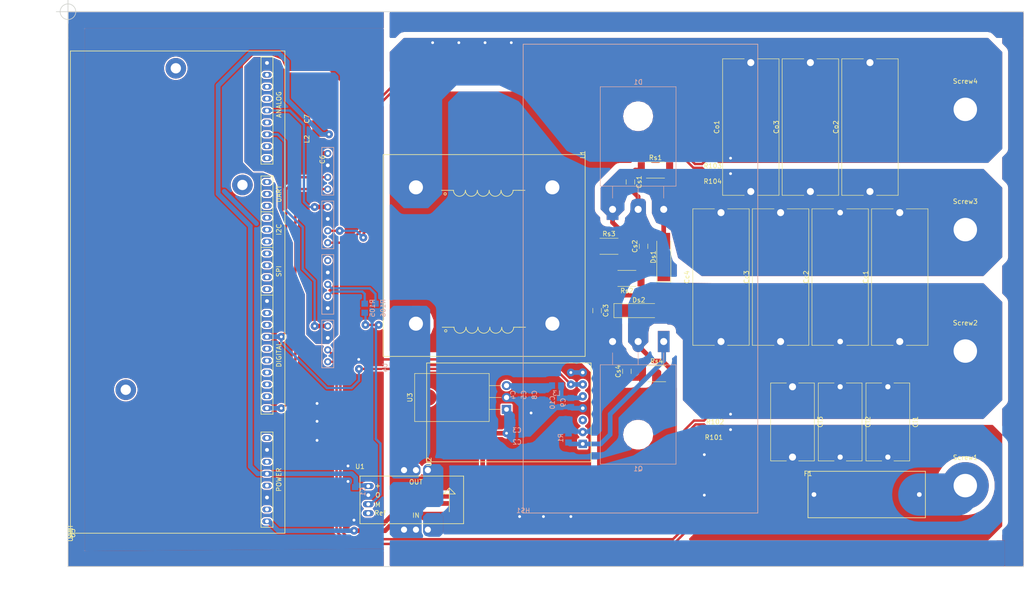
<source format=kicad_pcb>
(kicad_pcb (version 20171130) (host pcbnew "(5.0.0-rc2-dev-586-g888c43477)")
  (layers (0 F.Cu signal) (31 B.Cu signal) (34 B.Paste user) (35 F.Paste user) (36 B.SilkS user) (37 F.SilkS user) (38 B.Mask user) (39 F.Mask user hide) (44 Edge.Cuts user))
  (net 0 "")
  (net 1 +5V)
  (net 2 +12V)
  (net 3 "Net-(U5-Pad10)")
  (net 4 "Net-(U5-Pad11)")
  (net 5 "Net-(U5-Pad12)")
  (net 6 "Net-(U5-Pad13)")
  (net 7 "Net-(U5-Pad14)")
  (net 8 "Net-(U5-Pad16)")
  (net 9 "Net-(U5-Pad17)")
  (net 10 "Net-(U5-Pad19)")
  (net 11 "Net-(U5-Pad20)")
  (net 12 "Net-(U5-Pad21)")
  (net 13 "Net-(U5-Pad22)")
  (net 14 "Net-(U5-Pad23)")
  (net 15 "Net-(U5-Pad24)")
  (net 16 "Net-(U5-Pad25)")
  (net 17 "Net-(U5-Pad26)")
  (net 18 "Net-(U5-Pad27)")
  (net 19 "Net-(U5-Pad28)")
  (net 20 "Net-(U5-Pad29)")
  (net 21 "Net-(U5-Pad30)")
  (net 22 "Net-(U5-Pad34)")
  (net 23 "Net-(U5-Pad35)")
  (net 24 "Net-(U5-Pad36)")
  (net 25 GNDA)
  (net 26 +5VA)
  (net 27 "Net-(U2-Pad3)")
  (net 28 "Net-(Cs1-Pad1)")
  (net 29 "Net-(Cs2-Pad1)")
  (net 30 "Net-(Cs3-Pad1)")
  (net 31 "Net-(Cs4-Pad1)")
  (net 32 "Net-(C10-Pad1)")
  (net 33 /+Vp)
  (net 34 /-B)
  (net 35 /Source)
  (net 36 /Gate)
  (net 37 GND)
  (net 38 /+18V_OUT)
  (net 39 /Vbat_adc+)
  (net 40 /Vpanel_adc+)
  (net 41 /Ipanel_adc+)
  (net 42 /PWM)
  (net 43 /BatOVInterrupt)
  (net 44 /+B)
  (net 45 /-Vp)
  (net 46 "Net-(U5-Pad8)")
  (net 47 "Net-(U5-Pad6)")
  (net 48 "Net-(U5-Pad4)")
  (net 49 "Net-(U5-Pad2)")
  (net 50 /Vp_sen-)
  (net 51 /Vp_sen+)
  (net 52 /Vb_sen+)
  (net 53 /Vb_sen-)
  (net 54 /Ip_sen-)
  (net 55 /Ip_sen+)
  (net 56 /+Ip)
  (net 57 "Net-(L1-Pad3)")
  (net 58 "Net-(U1-Pad3)")
  (net 59 "Net-(U1-Pad10)")
  (net 60 "Net-(F1-Pad2)")
  (module MCC:C_0805_2012Metric_Pad1.29x1.40mm_HandSolder (layer B.Cu) (at 111.252 136.652 90)
    (fp_text reference C1 (at 0 1.65 90) (layer B.SilkS) (effects (justify mirror)))
    (fp_text value 100nF)
    (pad 2 smd rect (at 0.9675 0 90) (size 1.295 1.4) (layers B.Cu B.Paste B.Mask) (net 1 +5V))
    (pad 1 smd rect (at -0.9675 0 90) (size 1.295 1.4) (layers B.Cu B.Paste B.Mask) (net 37 GND))
  )
  (module MCCplaca:LTSP_25-NP (layer F.Cu) (at 112.268 133.35)
    (fp_text reference U1 (at 0 -2.04) (layer F.SilkS))
    (fp_text value LTSP_25-NP)
    (fp_text user OUT (at 11.938 1.27) (layer F.SilkS))
    (fp_text user IN (at 11.938 8.382) (layer F.SilkS))
    (fp_text user Ref (at 4.318 7.874) (layer F.SilkS))
    (fp_text user M (at 3.81 6.096) (layer F.SilkS))
    (fp_text user O (at 3.81 4.064) (layer F.SilkS))
    (fp_text user + (at 3.81 2.032) (layer F.SilkS))
    (pad 5 thru_hole oval (at 11.938 11.43) (size 1.9 2.54) (drill 1.3) (layers *.Cu *.Mask) (net 58 "Net-(U1-Pad3)"))
    (pad 4 thru_hole oval (at 14.478 11.43) (size 1.9 2.54) (drill 1.3) (layers *.Cu *.Mask) (net 45 /-Vp))
    (pad 6 thru_hole oval (at 9.398 11.43) (size 1.9 2.54) (drill 1.3) (layers *.Cu *.Mask) (net 58 "Net-(U1-Pad3)"))
    (pad 7 thru_hole oval (at 1.778 2.1336 180) (size 2.3 1.3) (drill 0.8) (layers *.Cu *.Mask) (net 1 +5V))
    (pad 8 thru_hole oval (at 1.778 4.064 180) (size 2.3 1.3) (drill 0.8) (layers *.Cu *.Mask) (net 37 GND))
    (pad 9 thru_hole oval (at 1.778 5.9944 180) (size 2.3 1.3) (drill 0.8) (layers *.Cu *.Mask) (net 56 /+Ip))
    (pad 10 thru_hole oval (at 1.778 7.9248 180) (size 2.3 1.3) (drill 0.8) (layers *.Cu *.Mask) (net 59 "Net-(U1-Pad10)"))
    (pad 1 thru_hole oval (at 9.398 -1.27) (size 1.9 2.54) (drill 1.3) (layers *.Cu *.Mask) (net 57 "Net-(L1-Pad3)"))
    (pad 3 thru_hole oval (at 14.478 -1.27) (size 1.9 2.54) (drill 1.3) (layers *.Cu *.Mask) (net 58 "Net-(U1-Pad3)"))
    (pad 2 thru_hole oval (at 11.938 -1.27) (size 1.9 2.54) (drill 1.3) (layers *.Cu *.Mask) (net 57 "Net-(L1-Pad3)"))
  )
  (module Resistor_SMD:R_0805_2012Metric_Pad1.29x1.40mm_HandSolder (layer B.Cu) (at 115.57 97.536 90)
    (fp_text reference R106 (at 0 1.65 90) (layer B.SilkS) (effects (justify mirror)))
    (fp_text value 0R)
    (pad 2 smd rect (at 0.9675 0 90) (size 1.295 1.4) (layers B.Cu B.Paste B.Mask) (net 54 /Ip_sen-))
    (pad 1 smd rect (at -0.9675 0 90) (size 1.295 1.4) (layers B.Cu B.Paste B.Mask) (net 37 GND))
  )
  (module Resistor_SMD:R_0805_2012Metric_Pad1.29x1.40mm_HandSolder (layer B.Cu) (at 113.284 97.536 90)
    (fp_text reference R105 (at 0 1.65 90) (layer B.SilkS) (effects (justify mirror)))
    (fp_text value 0R)
    (pad 1 smd rect (at -0.9675 0 90) (size 1.295 1.4) (layers B.Cu B.Paste B.Mask) (net 56 /+Ip))
    (pad 2 smd rect (at 0.9675 0 90) (size 1.295 1.4) (layers B.Cu B.Paste B.Mask) (net 55 /Ip_sen+))
  )
  (module Package_TO_SOT_THT:TO-220-3_Horizontal_TabDown (layer F.Cu) (at 143.51 119.126 90)
    (fp_text reference U3 (at 2.54 -20.58 90) (layer F.SilkS))
    (fp_text value LM7812_TO220)
    (pad "" smd oval (at 2.54 -16.66 90) (size 3.5 3.5) (layers F.Cu F.Paste F.Mask))
    (pad 1 thru_hole rect (at 0 0 90) (size 1.905 2) (drill 1) (layers *.Cu *.Mask) (net 38 /+18V_OUT))
    (pad 2 thru_hole oval (at 2.54 0 90) (size 1.905 2) (drill 1.1) (layers *.Cu *.Mask) (net 37 GND))
    (pad 3 thru_hole oval (at 5.08 0 90) (size 1.905 2) (drill 1.1) (layers *.Cu *.Mask) (net 2 +12V))
  )
  (module Capacitor_THT:C_Rect_L16.5mm_W9.2mm_P15.00mm_MKT (layer F.Cu) (at 214.63 114.3 270)
    (fp_text reference Ci2 (at 7.5 -5.91 270) (layer F.SilkS))
    (fp_text value 4.7uF)
    (pad 2 thru_hole circle (at 15 0 270) (size 2.2 2.2) (drill 1.1) (layers *.Cu *.Mask) (net 45 /-Vp))
    (pad 1 thru_hole circle (at 0 0 270) (size 2.2 2.2) (drill 1.1) (layers *.Cu *.Mask) (net 33 /+Vp))
  )
  (module Capacitor_THT:C_Rect_L16.5mm_W9.2mm_P15.00mm_MKT (layer F.Cu) (at 224.79 114.3 270)
    (fp_text reference Ci1 (at 7.5 -5.91 270) (layer F.SilkS))
    (fp_text value 4.7uF)
    (pad 1 thru_hole circle (at 0 0 270) (size 2.2 2.2) (drill 1.1) (layers *.Cu *.Mask) (net 33 /+Vp))
    (pad 2 thru_hole circle (at 15 0 270) (size 2.2 2.2) (drill 1.1) (layers *.Cu *.Mask) (net 45 /-Vp))
  )
  (module MCC:C_Rect_L29.0mm_W11.9mm_P27.50mm_MKT (layer F.Cu) (at 220.98 72.644 90)
    (fp_text reference Co2 (at 13.75 -7.26 90) (layer F.SilkS))
    (fp_text value 4.7uF)
    (pad 1 thru_hole circle (at 0 0 90) (size 2.8 2.8) (drill 1.5) (layers *.Cu *.Mask) (net 34 /-B))
    (pad 2 thru_hole circle (at 27.5 0 90) (size 2.8 2.8) (drill 1.5) (layers *.Cu *.Mask) (net 44 /+B))
  )
  (module MCC:C_Rect_L29.0mm_W11.9mm_P27.50mm_MKT (layer F.Cu) (at 208.28 72.644 90)
    (fp_text reference Co3 (at 13.75 -7.26 90) (layer F.SilkS))
    (fp_text value 4.7uF)
    (pad 2 thru_hole circle (at 27.5 0 90) (size 2.8 2.8) (drill 1.5) (layers *.Cu *.Mask) (net 44 /+B))
    (pad 1 thru_hole circle (at 0 0 90) (size 2.8 2.8) (drill 1.5) (layers *.Cu *.Mask) (net 34 /-B))
  )
  (module MCC:C_Rect_L29.0mm_W11.9mm_P27.50mm_MKT (layer F.Cu) (at 195.58 72.644 90)
    (fp_text reference Co1 (at 13.75 -7.26 90) (layer F.SilkS))
    (fp_text value 4.7uF)
    (pad 1 thru_hole circle (at 0 0 90) (size 2.8 2.8) (drill 1.5) (layers *.Cu *.Mask) (net 34 /-B))
    (pad 2 thru_hole circle (at 27.5 0 90) (size 2.8 2.8) (drill 1.5) (layers *.Cu *.Mask) (net 44 /+B))
  )
  (module MCCplaca:Signals (layer B.Cu) (at 118.11 110.236 90)
    (fp_text reference U4 (at 0 -0.5 90) (layer B.SilkS) (effects (justify mirror)))
    (fp_text value Signals_MCC)
    (pad 16 thru_hole circle (at 43.18 -12.7 90) (size 1.524 1.524) (drill 0.8) (layers *.Cu *.Mask) (net 25 GNDA))
    (pad 15 thru_hole circle (at 40.64 -12.7 90) (size 1.524 1.524) (drill 0.8) (layers *.Cu *.Mask) (net 42 /PWM))
    (pad 14 thru_hole circle (at 38.1 -12.7 90) (size 1.524 1.524) (drill 0.8) (layers *.Cu *.Mask) (net 43 /BatOVInterrupt))
    (pad 13 thru_hole circle (at 34.29 -12.7 90) (size 1.524 1.524) (drill 0.8) (layers *.Cu *.Mask) (net 39 /Vbat_adc+))
    (pad 12 thru_hole circle (at 31.75 -12.7 90) (size 1.524 1.524) (drill 0.8) (layers *.Cu *.Mask) (net 25 GNDA))
    (pad 11 thru_hole circle (at 29.21 -12.7 90) (size 1.524 1.524) (drill 0.8) (layers *.Cu *.Mask) (net 53 /Vb_sen-))
    (pad 10 thru_hole circle (at 26.67 -12.7 90) (size 1.524 1.524) (drill 0.8) (layers *.Cu *.Mask) (net 52 /Vb_sen+))
    (pad 9 thru_hole circle (at 22.86 -12.7 90) (size 1.524 1.524) (drill 0.8) (layers *.Cu *.Mask) (net 41 /Ipanel_adc+))
    (pad 8 thru_hole circle (at 20.32 -12.7 90) (size 1.524 1.524) (drill 0.8) (layers *.Cu *.Mask) (net 25 GNDA))
    (pad 7 thru_hole circle (at 17.78 -12.7 90) (size 1.524 1.524) (drill 0.8) (layers *.Cu *.Mask) (net 54 /Ip_sen-))
    (pad 6 thru_hole circle (at 15.24 -12.7 90) (size 1.524 1.524) (drill 0.8) (layers *.Cu *.Mask) (net 55 /Ip_sen+))
    (pad 5 thru_hole circle (at 12.7 -12.7 90) (size 1.524 1.524) (drill 0.8) (layers *.Cu *.Mask) (net 25 GNDA))
    (pad 4 thru_hole circle (at 8.89 -12.7 90) (size 1.524 1.524) (drill 0.8) (layers *.Cu *.Mask) (net 40 /Vpanel_adc+))
    (pad 3 thru_hole circle (at 6.35 -12.7 90) (size 1.524 1.524) (drill 0.8) (layers *.Cu *.Mask) (net 25 GNDA))
    (pad 2 thru_hole circle (at 3.81 -12.7 90) (size 1.524 1.524) (drill 0.8) (layers *.Cu *.Mask) (net 51 /Vp_sen+))
    (pad 1 thru_hole circle (at 1.27 -12.7 90) (size 1.524 1.524) (drill 0.8) (layers *.Cu *.Mask) (net 50 /Vp_sen-))
    (pad 17 thru_hole circle (at 45.72 -12.7 90) (size 1.524 1.524) (drill 0.8) (layers *.Cu *.Mask) (net 26 +5VA))
  )
  (module MCC:C_Rect_L29.0mm_W11.9mm_P27.50mm_MKT (layer F.Cu) (at 227.33 104.648 90)
    (fp_text reference Cc1 (at 13.75 -7.26 90) (layer F.SilkS))
    (fp_text value 6.8uF)
    (pad 2 thru_hole circle (at 27.5 0 90) (size 2.8 2.8) (drill 1.5) (layers *.Cu *.Mask) (net 34 /-B))
    (pad 1 thru_hole circle (at 0 0 90) (size 2.8 2.8) (drill 1.5) (layers *.Cu *.Mask) (net 33 /+Vp))
  )
  (module "MCCplaca:Driver_(INEP)" (layer F.Cu) (at 126.492 130.302 90)
    (fp_text reference U2 (at 0 0.5 90) (layer F.SilkS))
    (fp_text value "DRIVER_(INEP)")
    (pad 5 thru_hole circle (at 13.97 33.274 270) (size 1.8 1.8) (drill 0.762) (layers *.Cu *.Mask) (net 32 "Net-(C10-Pad1)"))
    (pad 6 thru_hole circle (at 16.51 33.274 270) (size 1.8 1.8) (drill 0.762) (layers *.Cu *.Mask) (net 42 /PWM))
    (pad 4 thru_hole circle (at 11.43 33.274 270) (size 1.8 1.8) (drill 0.762) (layers *.Cu *.Mask) (net 37 GND))
    (pad 3 thru_hole circle (at 8.89 33.274 270) (size 1.8 1.8) (drill 0.762) (layers *.Cu *.Mask) (net 27 "Net-(U2-Pad3)"))
    (pad 7 thru_hole circle (at 19.05 33.274 270) (size 1.8 1.8) (drill 0.762) (layers *.Cu *.Mask) (net 37 GND))
    (pad 1 thru_hole rect (at 3.81 33.274 270) (size 1.8 1.8) (drill 0.8) (layers *.Cu *.Mask) (net 36 /Gate))
    (pad 2 thru_hole circle (at 6.35 33.274 270) (size 1.8 1.8) (drill 0.762) (layers *.Cu *.Mask) (net 35 /Source))
  )
  (module Resistor_SMD:R_0805_2012Metric_Pad1.29x1.40mm_HandSolder (layer F.Cu) (at 187.452 68.834 180)
    (fp_text reference R104 (at 0 -1.65 180) (layer F.SilkS))
    (fp_text value ??)
    (pad 1 smd rect (at -0.9675 0 180) (size 1.295 1.4) (layers F.Cu F.Paste F.Mask) (net 34 /-B))
    (pad 2 smd rect (at 0.9675 0 180) (size 1.295 1.4) (layers F.Cu F.Paste F.Mask) (net 53 /Vb_sen-))
  )
  (module Resistor_SMD:R_0805_2012Metric_Pad1.29x1.40mm_HandSolder (layer F.Cu) (at 187.452 65.532 180)
    (fp_text reference R103 (at 0 -1.65 180) (layer F.SilkS))
    (fp_text value ??)
    (pad 2 smd rect (at 0.9675 0 180) (size 1.295 1.4) (layers F.Cu F.Paste F.Mask) (net 52 /Vb_sen+))
    (pad 1 smd rect (at -0.9675 0 180) (size 1.295 1.4) (layers F.Cu F.Paste F.Mask) (net 44 /+B))
  )
  (module Resistor_SMD:R_0805_2012Metric_Pad1.29x1.40mm_HandSolder (layer F.Cu) (at 187.96 120.142 180)
    (fp_text reference R102 (at 0 -1.65 180) (layer F.SilkS))
    (fp_text value ??)
    (pad 1 smd rect (at -0.9675 0 180) (size 1.295 1.4) (layers F.Cu F.Paste F.Mask) (net 33 /+Vp))
    (pad 2 smd rect (at 0.9675 0 180) (size 1.295 1.4) (layers F.Cu F.Paste F.Mask) (net 51 /Vp_sen+))
  )
  (module MCC:R_0805_2012Metric_Pad1.29x1.40mm_HandSolder (layer B.Cu) (at 156.718 125.222 270)
    (fp_text reference R1 (at 0 1.65 270) (layer B.SilkS) (effects (justify mirror)))
    (fp_text value 10k)
    (pad 2 smd rect (at 0.9675 0 270) (size 1.295 1.4) (layers B.Cu B.Paste B.Mask) (net 36 /Gate))
    (pad 1 smd rect (at -0.9675 0 270) (size 1.295 1.4) (layers B.Cu B.Paste B.Mask) (net 35 /Source))
  )
  (module MCC:Porta_Fusivel (layer F.Cu) (at 207.772 132.334)
    (fp_text reference F1 (at 0 0.5) (layer F.SilkS))
    (fp_text value Fuse)
    (pad 2 thru_hole circle (at 23.7236 4.953 180) (size 3 3) (drill 1) (layers *.Cu *.Mask) (net 60 "Net-(F1-Pad2)"))
    (pad 1 thru_hole circle (at 1.27 4.953) (size 3 3) (drill 1) (layers *.Cu *.Mask) (net 45 /-Vp))
  )
  (module MCC:MountingHole_5mm_Pad (layer F.Cu) (at 241.3 135.382)
    (fp_text reference Screw1 (at 0 -6) (layer F.SilkS))
    (fp_text value -P)
    (pad 1 thru_hole circle (at 0 0) (size 10 10) (drill 5) (layers *.Cu *.Mask) (net 60 "Net-(F1-Pad2)"))
  )
  (module MCC:MountingHole_5mm_Pad (layer F.Cu) (at 241.3 106.68)
    (fp_text reference Screw2 (at 0 -6) (layer F.SilkS))
    (fp_text value +P)
    (pad 1 thru_hole circle (at 0 0) (size 10 10) (drill 5) (layers *.Cu *.Mask) (net 33 /+Vp))
  )
  (module MCC:MountingHole_5mm_Pad (layer F.Cu) (at 241.3 80.772)
    (fp_text reference Screw3 (at 0 -6) (layer F.SilkS))
    (fp_text value -B)
    (pad 1 thru_hole circle (at 0 0) (size 10 10) (drill 5) (layers *.Cu *.Mask) (net 34 /-B))
  )
  (module MCC:MountingHole_5mm_Pad (layer F.Cu) (at 241.3 55.118)
    (fp_text reference Screw4 (at 0 -6) (layer F.SilkS))
    (fp_text value +B)
    (pad 1 thru_hole circle (at 0 0) (size 10 10) (drill 5) (layers *.Cu *.Mask) (net 44 /+B))
  )
  (module MCC:C_Rect_L29.0mm_W11.9mm_P27.50mm_MKT (layer F.Cu) (at 189.23 104.648 90)
    (fp_text reference Cc4 (at 13.75 -7.26 90) (layer F.SilkS))
    (fp_text value 6.8uF)
    (pad 1 thru_hole circle (at 0 0 90) (size 2.8 2.8) (drill 1.5) (layers *.Cu *.Mask) (net 33 /+Vp))
    (pad 2 thru_hole circle (at 27.5 0 90) (size 2.8 2.8) (drill 1.5) (layers *.Cu *.Mask) (net 34 /-B))
  )
  (module MCC:C_Rect_L29.0mm_W11.9mm_P27.50mm_MKT (layer F.Cu) (at 214.63 104.648 90)
    (fp_text reference Cc2 (at 13.75 -7.26 90) (layer F.SilkS))
    (fp_text value 6.8uF)
    (pad 2 thru_hole circle (at 27.5 0 90) (size 2.4 2.4) (drill 1.2) (layers *.Cu *.Mask) (net 34 /-B))
    (pad 1 thru_hole circle (at 0 0 90) (size 2.4 2.4) (drill 1.2) (layers *.Cu *.Mask) (net 33 /+Vp))
  )
  (module MCC:C_0805_2012Metric_Pad1.29x1.40mm_HandSolder (layer B.Cu) (at 145.7475 121.92)
    (fp_text reference C3 (at 0 1.65) (layer B.SilkS) (effects (justify mirror)))
    (fp_text value 100nF)
    (pad 2 smd rect (at 0.9675 0) (size 1.295 1.4) (layers B.Cu B.Paste B.Mask) (net 37 GND))
    (pad 1 smd rect (at -0.9675 0) (size 1.295 1.4) (layers B.Cu B.Paste B.Mask) (net 38 /+18V_OUT))
  )
  (module MCC:C_0805_2012Metric_Pad1.29x1.40mm_HandSolder (layer B.Cu) (at 157.226 117.6505 270)
    (fp_text reference C9 (at 0 1.65 270) (layer B.SilkS) (effects (justify mirror)))
    (fp_text value 100nF)
    (pad 2 smd rect (at 0.9675 0 270) (size 1.295 1.4) (layers B.Cu B.Paste B.Mask) (net 37 GND))
    (pad 1 smd rect (at -0.9675 0 270) (size 1.295 1.4) (layers B.Cu B.Paste B.Mask) (net 32 "Net-(C10-Pad1)"))
  )
  (module MCC:C_0805_2012Metric_Pad1.29x1.40mm_HandSolder (layer B.Cu) (at 151.13 116.0295 270)
    (fp_text reference C8 (at 0 1.65 270) (layer B.SilkS) (effects (justify mirror)))
    (fp_text value 100nF)
    (pad 1 smd rect (at -0.9675 0 270) (size 1.295 1.4) (layers B.Cu B.Paste B.Mask) (net 2 +12V))
    (pad 2 smd rect (at 0.9675 0 270) (size 1.295 1.4) (layers B.Cu B.Paste B.Mask) (net 37 GND))
  )
  (module MCC:C_0805_2012Metric_Pad1.29x1.40mm_HandSolder (layer F.Cu) (at 102.616 57.15 90)
    (fp_text reference C7 (at 0 -1.65 90) (layer F.SilkS))
    (fp_text value 100nF)
    (pad 2 smd rect (at 0.9675 0 90) (size 1.295 1.4) (layers F.Cu F.Paste F.Mask) (net 37 GND))
    (pad 1 smd rect (at -0.9675 0 90) (size 1.295 1.4) (layers F.Cu F.Paste F.Mask) (net 1 +5V))
  )
  (module MCC:C_0805_2012Metric_Pad1.29x1.40mm_HandSolder (layer F.Cu) (at 102.616 65.786 270)
    (fp_text reference C6 (at 0 -1.65 270) (layer F.SilkS))
    (fp_text value 100nF)
    (pad 1 smd rect (at -0.9675 0 270) (size 1.295 1.4) (layers F.Cu F.Paste F.Mask) (net 26 +5VA))
    (pad 2 smd rect (at 0.9675 0 270) (size 1.295 1.4) (layers F.Cu F.Paste F.Mask) (net 25 GNDA))
  )
  (module MCC:C_0805_2012Metric_Pad1.29x1.40mm_HandSolder (layer B.Cu) (at 154.94 117.6505 270)
    (fp_text reference C10 (at 0 1.65 270) (layer B.SilkS) (effects (justify mirror)))
    (fp_text value 10uF)
    (pad 2 smd rect (at 0.9675 0 270) (size 1.295 1.4) (layers B.Cu B.Paste B.Mask) (net 37 GND))
    (pad 1 smd rect (at -0.9675 0 270) (size 1.295 1.4) (layers B.Cu B.Paste B.Mask) (net 32 "Net-(C10-Pad1)"))
  )
  (module MCC:C_0805_2012Metric_Pad1.29x1.40mm_HandSolder (layer B.Cu) (at 145.7475 124.46)
    (fp_text reference C2 (at 0 1.65) (layer B.SilkS) (effects (justify mirror)))
    (fp_text value 10uF)
    (pad 1 smd rect (at -0.9675 0) (size 1.295 1.4) (layers B.Cu B.Paste B.Mask) (net 38 /+18V_OUT))
    (pad 2 smd rect (at 0.9675 0) (size 1.295 1.4) (layers B.Cu B.Paste B.Mask) (net 37 GND))
  )
  (module MCC:C_0805_2012Metric_Pad1.29x1.40mm_HandSolder (layer B.Cu) (at 148.844 116.0295 270)
    (fp_text reference C5 (at 0 1.65 270) (layer B.SilkS) (effects (justify mirror)))
    (fp_text value 10uF)
    (pad 2 smd rect (at 0.9675 0 270) (size 1.295 1.4) (layers B.Cu B.Paste B.Mask) (net 37 GND))
    (pad 1 smd rect (at -0.9675 0 270) (size 1.295 1.4) (layers B.Cu B.Paste B.Mask) (net 2 +12V))
  )
  (module Resistor_SMD:R_2512_6332Metric_Pad1.49x3.40mm_HandSolder (layer F.Cu) (at 175.26 68.072)
    (fp_text reference Rs1 (at 0 -2.65) (layer F.SilkS))
    (fp_text value ??)
    (pad 2 smd rect (at 3.0175 0) (size 1.495 3.4) (layers F.Cu F.Paste F.Mask) (net 34 /-B))
    (pad 1 smd rect (at -3.0175 0) (size 1.495 3.4) (layers F.Cu F.Paste F.Mask) (net 28 "Net-(Cs1-Pad1)"))
  )
  (module Resistor_SMD:R_2512_6332Metric_Pad1.49x3.40mm_HandSolder (layer F.Cu) (at 169.164 91.186 180)
    (fp_text reference Rs2 (at 0 -2.65 180) (layer F.SilkS))
    (fp_text value ??)
    (pad 2 smd rect (at 3.0175 0 180) (size 1.495 3.4) (layers F.Cu F.Paste F.Mask) (net 33 /+Vp))
    (pad 1 smd rect (at -3.0175 0 180) (size 1.495 3.4) (layers F.Cu F.Paste F.Mask) (net 29 "Net-(Cs2-Pad1)"))
  )
  (module Resistor_SMD:R_2512_6332Metric_Pad1.49x3.40mm_HandSolder (layer F.Cu) (at 165.354 84.328)
    (fp_text reference Rs3 (at 0 -2.65) (layer F.SilkS))
    (fp_text value ??)
    (pad 2 smd rect (at 3.0175 0) (size 1.495 3.4) (layers F.Cu F.Paste F.Mask) (net 34 /-B))
    (pad 1 smd rect (at -3.0175 0) (size 1.495 3.4) (layers F.Cu F.Paste F.Mask) (net 30 "Net-(Cs3-Pad1)"))
  )
  (module Resistor_SMD:R_2512_6332Metric_Pad1.49x3.40mm_HandSolder (layer F.Cu) (at 175.514 111.506)
    (fp_text reference Rs4 (at 0 -2.65) (layer F.SilkS))
    (fp_text value ??)
    (pad 2 smd rect (at 3.0175 0) (size 1.495 3.4) (layers F.Cu F.Paste F.Mask) (net 33 /+Vp))
    (pad 1 smd rect (at -3.0175 0) (size 1.495 3.4) (layers F.Cu F.Paste F.Mask) (net 31 "Net-(Cs4-Pad1)"))
  )
  (module Inductor_SMD:L_0805_2012Metric_Pad1.29x1.40mm_HandSolder (layer F.Cu) (at 102.616 61.468 90)
    (fp_text reference L2 (at 0 -1.65 90) (layer F.SilkS))
    (fp_text value L_Small)
    (pad 2 smd rect (at 0.9675 0 90) (size 1.295 1.4) (layers F.Cu F.Paste F.Mask) (net 1 +5V))
    (pad 1 smd rect (at -0.9675 0 90) (size 1.295 1.4) (layers F.Cu F.Paste F.Mask) (net 26 +5VA))
  )
  (module Inductor_SMD:L_0805_2012Metric_Pad1.29x1.40mm_HandSolder (layer B.Cu) (at 154.178 114.046)
    (fp_text reference L3 (at 0 1.65) (layer B.SilkS) (effects (justify mirror)))
    (fp_text value L_Small)
    (pad 2 smd rect (at 0.9675 0) (size 1.295 1.4) (layers B.Cu B.Paste B.Mask) (net 32 "Net-(C10-Pad1)"))
    (pad 1 smd rect (at -0.9675 0) (size 1.295 1.4) (layers B.Cu B.Paste B.Mask) (net 2 +12V))
  )
  (module Diode_SMD:D_MELF_Handsoldering (layer F.Cu) (at 177.038 86.614 90)
    (fp_text reference Ds1 (at 0 -2.25 90) (layer F.SilkS))
    (fp_text value BYD77)
    (pad 2 smd rect (at 3.4 0 90) (size 3.5 2.7) (layers F.Cu F.Paste F.Mask) (net 34 /-B))
    (pad 1 smd rect (at -3.4 0 90) (size 3.5 2.7) (layers F.Cu F.Paste F.Mask) (net 29 "Net-(Cs2-Pad1)"))
  )
  (module Diode_SMD:D_MELF_Handsoldering (layer F.Cu) (at 171.704 98.044)
    (fp_text reference Ds2 (at 0 -2.25) (layer F.SilkS))
    (fp_text value BYD77)
    (pad 2 smd rect (at 3.4 0) (size 3.5 2.7) (layers F.Cu F.Paste F.Mask) (net 33 /+Vp))
    (pad 1 smd rect (at -3.4 0) (size 3.5 2.7) (layers F.Cu F.Paste F.Mask) (net 30 "Net-(Cs3-Pad1)"))
  )
  (module Capacitor_THT:C_Rect_L16.5mm_W9.2mm_P15.00mm_MKT (layer F.Cu) (at 204.47 114.3 270)
    (fp_text reference Ci3 (at 7.5 -5.91 270) (layer F.SilkS))
    (fp_text value 4.7uF)
    (pad 2 thru_hole circle (at 15 0 270) (size 2.7 2.7) (drill 1.5) (layers *.Cu *.Mask) (net 45 /-Vp))
    (pad 1 thru_hole circle (at 0 0 270) (size 2.7 2.7) (drill 1.5) (layers *.Cu *.Mask) (net 33 /+Vp))
  )
  (module MCC:C_0805_2012Metric_Pad1.29x1.40mm_HandSolder (layer B.Cu) (at 146.558 116.0295 270)
    (fp_text reference C4 (at 0 1.65 270) (layer B.SilkS) (effects (justify mirror)))
    (fp_text value 100nF)
    (pad 1 smd rect (at -0.9675 0 270) (size 1.295 1.4) (layers B.Cu B.Paste B.Mask) (net 2 +12V))
    (pad 2 smd rect (at 0.9675 0 270) (size 1.295 1.4) (layers B.Cu B.Paste B.Mask) (net 37 GND))
  )
  (module Capacitor_SMD:C_1206_3216Metric_Pad1.39x1.80mm_HandSolder (layer F.Cu) (at 169.926 70.612 270)
    (fp_text reference Cs1 (at 0 -1.85 270) (layer F.SilkS))
    (fp_text value ??)
    (pad 1 smd rect (at -1.5175 0 270) (size 1.395 1.8) (layers F.Cu F.Paste F.Mask) (net 28 "Net-(Cs1-Pad1)"))
    (pad 2 smd rect (at 1.5175 0 270) (size 1.395 1.8) (layers F.Cu F.Paste F.Mask) (net 35 /Source))
  )
  (module Capacitor_SMD:C_1206_3216Metric_Pad1.39x1.80mm_HandSolder (layer F.Cu) (at 172.72 84.328 90)
    (fp_text reference Cs2 (at 0 -1.85 90) (layer F.SilkS))
    (fp_text value ??)
    (pad 2 smd rect (at 1.5175 0 90) (size 1.395 1.8) (layers F.Cu F.Paste F.Mask) (net 35 /Source))
    (pad 1 smd rect (at -1.5175 0 90) (size 1.395 1.8) (layers F.Cu F.Paste F.Mask) (net 29 "Net-(Cs2-Pad1)"))
  )
  (module Capacitor_SMD:C_1206_3216Metric_Pad1.39x1.80mm_HandSolder (layer F.Cu) (at 162.814 98.044 270)
    (fp_text reference Cs3 (at 0 -1.85 270) (layer F.SilkS))
    (fp_text value ??)
    (pad 1 smd rect (at -1.5175 0 270) (size 1.395 1.8) (layers F.Cu F.Paste F.Mask) (net 30 "Net-(Cs3-Pad1)"))
    (pad 2 smd rect (at 1.5175 0 270) (size 1.395 1.8) (layers F.Cu F.Paste F.Mask) (net 35 /Source))
  )
  (module Capacitor_SMD:C_1206_3216Metric_Pad1.39x1.80mm_HandSolder (layer F.Cu) (at 169.164 110.998 90)
    (fp_text reference Cs4 (at 0 -1.85 90) (layer F.SilkS))
    (fp_text value ??)
    (pad 2 smd rect (at 1.5175 0 90) (size 1.395 1.8) (layers F.Cu F.Paste F.Mask) (net 35 /Source))
    (pad 1 smd rect (at -1.5175 0 90) (size 1.395 1.8) (layers F.Cu F.Paste F.Mask) (net 31 "Net-(Cs4-Pad1)"))
  )
  (module MCCplaca:NEE-42-20-DE (layer F.Cu) (at 160.274 64.77 270)
    (fp_text reference L1 (at 0 0.5 270) (layer F.SilkS))
    (fp_text value 50uH/50uH)
    (pad 3 thru_hole circle (at 36.068 36.068 90) (size 5 5) (drill 3) (layers *.Cu *.Mask) (net 57 "Net-(L1-Pad3)"))
    (pad 1 thru_hole circle (at 6.985 36.068) (size 5 5) (drill 3) (layers *.Cu *.Mask) (net 44 /+B))
    (pad 4 thru_hole circle (at 36.068 6.985 180) (size 5 5) (drill 3) (layers *.Cu *.Mask) (net 35 /Source))
    (pad 2 thru_hole circle (at 6.985 6.985 270) (size 5 5) (drill 3) (layers *.Cu *.Mask) (net 35 /Source))
  )
  (module MCCplaca:TO-247-3_Horizontal_TabUp (layer B.Cu) (at 166.116 76.454)
    (fp_text reference D1 (at 5.45 -27.15) (layer B.SilkS) (effects (justify mirror)))
    (fp_text value 80CPQ150PbF)
    (pad 3 thru_hole oval (at 10.9 0) (size 2.5 4.5) (drill 1.5) (layers *.Cu *.Mask) (net 34 /-B))
    (pad 2 thru_hole oval (at 5.45 0) (size 2.5 4.5) (drill 1.5) (layers *.Cu *.Mask) (net 35 /Source))
    (pad 1 thru_hole rect (at 0 0) (size 2.5 4.5) (drill 1.5) (layers *.Cu *.Mask) (net 34 /-B))
    (pad "" np_thru_hole oval (at 5.45 -19.86) (size 3.6 3.6) (drill 3.6) (layers *.Cu *.Mask))
  )
  (module MCCplaca:TO-247-3_Horizontal_TabUp (layer B.Cu) (at 177.016 104.648 180)
    (fp_text reference Q1 (at 5.45 -27.15 180) (layer B.SilkS) (effects (justify mirror)))
    (fp_text value IRFP4321PbF)
    (pad "" np_thru_hole oval (at 5.45 -19.86 180) (size 3.6 3.6) (drill 3.6) (layers *.Cu *.Mask))
    (pad 1 thru_hole rect (at 0 0 180) (size 2.5 4.5) (drill 1.5) (layers *.Cu *.Mask) (net 36 /Gate))
    (pad 2 thru_hole oval (at 5.45 0 180) (size 2.5 4.5) (drill 1.5) (layers *.Cu *.Mask) (net 33 /+Vp))
    (pad 3 thru_hole oval (at 10.9 0 180) (size 2.5 4.5) (drill 1.5) (layers *.Cu *.Mask) (net 35 /Source))
  )
  (module MCCplaca:hs10425 (layer B.Cu) (at 147.066 141.224)
    (fp_text reference HS1 (at 0 -0.5) (layer B.SilkS) (effects (justify mirror)))
    (fp_text value Heatsink)
  )
  (module Resistor_SMD:R_0805_2012Metric_Pad1.29x1.40mm_HandSolder (layer F.Cu) (at 187.706 123.444 180)
    (fp_text reference R101 (at 0 -1.65 180) (layer F.SilkS))
    (fp_text value ??)
    (pad 2 smd rect (at 0.9675 0 180) (size 1.295 1.4) (layers F.Cu F.Paste F.Mask) (net 50 /Vp_sen-))
    (pad 1 smd rect (at -0.9675 0 180) (size 1.295 1.4) (layers F.Cu F.Paste F.Mask) (net 45 /-Vp))
  )
  (module MCCplaca:ZCS18 (layer F.Cu) (at 50.546 145.542 90)
    (fp_text reference U5 (at 0 0.5 90) (layer F.SilkS))
    (fp_text value ZCS)
    (fp_text user POWER (at 11.43 44.45 90) (layer F.SilkS))
    (fp_text user DIGITAL (at 38.1 44.45 90) (layer F.SilkS))
    (fp_text user SPI (at 0 0 90) (layer F.SilkS))
    (fp_text user SPI (at 55.88 44.45 90) (layer F.SilkS))
    (fp_text user I2C (at 64.77 44.45 90) (layer F.SilkS))
    (fp_text user UART (at 0 0 90) (layer F.SilkS))
    (fp_text user UART (at 72.39 44.45 90) (layer F.SilkS))
    (fp_text user ANALOG (at 91.44 44.45 90) (layer F.SilkS))
    (pad 1 thru_hole oval (at 2.54 41.91 90) (size 1.2 2) (drill 0.8) (layers *.Cu *.Mask) (net 38 /+18V_OUT))
    (pad 2 thru_hole oval (at 5.08 41.91 90) (size 1.2 2) (drill 0.8) (layers *.Cu *.Mask) (net 49 "Net-(U5-Pad2)"))
    (pad 3 thru_hole oval (at 7.62 41.91 90) (size 1.2 2) (drill 0.8) (layers *.Cu *.Mask) (net 37 GND))
    (pad 4 thru_hole oval (at 10.16 41.91 90) (size 1.2 2) (drill 0.8) (layers *.Cu *.Mask) (net 48 "Net-(U5-Pad4)"))
    (pad 5 thru_hole oval (at 12.7 41.91 90) (size 1.2 2) (drill 0.8) (layers *.Cu *.Mask) (net 1 +5V))
    (pad 6 thru_hole oval (at 15.24 41.91 90) (size 1.2 2) (drill 0.8) (layers *.Cu *.Mask) (net 47 "Net-(U5-Pad6)"))
    (pad 7 thru_hole oval (at 17.78 41.91 90) (size 1.2 2) (drill 0.8) (layers *.Cu *.Mask) (net 37 GND))
    (pad 8 thru_hole oval (at 20.32 41.91 90) (size 1.2 2) (drill 0.8) (layers *.Cu *.Mask) (net 46 "Net-(U5-Pad8)"))
    (pad 9 thru_hole oval (at 26.67 41.91 90) (size 1.2 2) (drill 0.8) (layers *.Cu *.Mask) (net 43 /BatOVInterrupt))
    (pad 10 thru_hole oval (at 29.21 41.91 90) (size 1.2 2) (drill 0.8) (layers *.Cu *.Mask) (net 3 "Net-(U5-Pad10)"))
    (pad 11 thru_hole oval (at 31.75 41.91 90) (size 1.2 2) (drill 0.8) (layers *.Cu *.Mask) (net 4 "Net-(U5-Pad11)"))
    (pad 12 thru_hole oval (at 34.29 41.91 90) (size 1.2 2) (drill 0.8) (layers *.Cu *.Mask) (net 5 "Net-(U5-Pad12)"))
    (pad 13 thru_hole oval (at 36.83 41.91 90) (size 1.2 2) (drill 0.8) (layers *.Cu *.Mask) (net 6 "Net-(U5-Pad13)"))
    (pad 14 thru_hole oval (at 39.37 41.91 90) (size 1.2 2) (drill 0.8) (layers *.Cu *.Mask) (net 7 "Net-(U5-Pad14)"))
    (pad 15 thru_hole oval (at 41.91 41.91 90) (size 1.2 2) (drill 0.8) (layers *.Cu *.Mask) (net 42 /PWM))
    (pad 16 thru_hole oval (at 44.45 41.91 90) (size 1.2 2) (drill 0.8) (layers *.Cu *.Mask) (net 8 "Net-(U5-Pad16)"))
    (pad 17 thru_hole oval (at 46.99 41.91 90) (size 1.2 2) (drill 0.8) (layers *.Cu *.Mask) (net 9 "Net-(U5-Pad17)"))
    (pad 18 thru_hole oval (at 49.53 41.91 90) (size 1.2 2) (drill 0.8) (layers *.Cu *.Mask) (net 37 GND))
    (pad 19 thru_hole oval (at 52.07 41.91 90) (size 1.2 2) (drill 0.8) (layers *.Cu *.Mask) (net 10 "Net-(U5-Pad19)"))
    (pad 20 thru_hole oval (at 54.61 41.91 90) (size 1.2 2) (drill 0.8) (layers *.Cu *.Mask) (net 11 "Net-(U5-Pad20)"))
    (pad 21 thru_hole oval (at 57.15 41.91 90) (size 1.2 2) (drill 0.8) (layers *.Cu *.Mask) (net 12 "Net-(U5-Pad21)"))
    (pad 22 thru_hole oval (at 59.69 41.91 90) (size 1.2 2) (drill 0.8) (layers *.Cu *.Mask) (net 13 "Net-(U5-Pad22)"))
    (pad 23 thru_hole oval (at 62.23 41.91 90) (size 1.2 2) (drill 0.8) (layers *.Cu *.Mask) (net 14 "Net-(U5-Pad23)"))
    (pad 24 thru_hole oval (at 64.77 41.91 90) (size 1.2 2) (drill 0.8) (layers *.Cu *.Mask) (net 15 "Net-(U5-Pad24)"))
    (pad 25 thru_hole oval (at 67.31 41.91 90) (size 1.2 2) (drill 0.8) (layers *.Cu *.Mask) (net 16 "Net-(U5-Pad25)"))
    (pad 26 thru_hole oval (at 69.85 41.91 90) (size 1.2 2) (drill 0.8) (layers *.Cu *.Mask) (net 17 "Net-(U5-Pad26)"))
    (pad 27 thru_hole oval (at 72.39 41.91 90) (size 1.2 2) (drill 0.8) (layers *.Cu *.Mask) (net 18 "Net-(U5-Pad27)"))
    (pad 28 thru_hole oval (at 74.93 41.91 90) (size 1.2 2) (drill 0.8) (layers *.Cu *.Mask) (net 19 "Net-(U5-Pad28)"))
    (pad 29 thru_hole oval (at 80.01 41.91 90) (size 1.2 2) (drill 0.8) (layers *.Cu *.Mask) (net 20 "Net-(U5-Pad29)"))
    (pad 30 thru_hole oval (at 82.55 41.91 90) (size 1.2 2) (drill 0.8) (layers *.Cu *.Mask) (net 21 "Net-(U5-Pad30)"))
    (pad 31 thru_hole oval (at 85.09 41.91 90) (size 1.2 2) (drill 0.8) (layers *.Cu *.Mask) (net 40 /Vpanel_adc+))
    (pad 32 thru_hole oval (at 87.63 41.91 90) (size 1.2 2) (drill 0.8) (layers *.Cu *.Mask) (net 41 /Ipanel_adc+))
    (pad 33 thru_hole oval (at 90.17 41.91 90) (size 1.2 2) (drill 0.8) (layers *.Cu *.Mask) (net 39 /Vbat_adc+))
    (pad 34 thru_hole oval (at 92.71 41.91 90) (size 1.2 2) (drill 0.8) (layers *.Cu *.Mask) (net 22 "Net-(U5-Pad34)"))
    (pad 35 thru_hole oval (at 95.25 41.91 90) (size 1.2 2) (drill 0.8) (layers *.Cu *.Mask) (net 23 "Net-(U5-Pad35)"))
    (pad 36 thru_hole oval (at 97.79 41.91 90) (size 1.2 2) (drill 0.8) (layers *.Cu *.Mask) (net 24 "Net-(U5-Pad36)"))
    (pad 37 thru_hole oval (at 100.33 41.91 90) (size 1.2 2) (drill 0.8) (layers *.Cu *.Mask) (net 25 GNDA))
    (pad 38 thru_hole circle (at 74.295 36.679274 90) (size 4.4 4.4) (drill 2.2) (layers *.Cu *.Mask))
    (pad 39 thru_hole circle (at 99.187 22.479 90) (size 4.4 4.4) (drill 2.2) (layers *.Cu *.Mask))
    (pad 40 thru_hole circle (at 30.608 11.811 90) (size 4.4 4.4) (drill 2.2) (layers *.Cu *.Mask))
  )
  (module MCC:C_Rect_L29.0mm_W11.9mm_P27.50mm_MKT (layer F.Cu) (at 201.93 104.648 90)
    (fp_text reference Cc3 (at 13.75 -7.26 90) (layer F.SilkS))
    (fp_text value 6.8uF)
    (pad 2 thru_hole circle (at 27.5 0 90) (size 2.8 2.8) (drill 1.5) (layers *.Cu *.Mask) (net 34 /-B))
    (pad 1 thru_hole circle (at 0 0 90) (size 2.8 2.8) (drill 1.5) (layers *.Cu *.Mask) (net 33 /+Vp))
  )
  (gr_line (start 249.174 34.29) (end 253.746 34.29) (layer Edge.Cuts) (width 0.15))
  (gr_line (start 249.174 152.654) (end 253.746 152.654) (layer Edge.Cuts) (width 0.15))
  (target plus (at 50.038 34.29) (size 5) (width 0.15) (layer Edge.Cuts))
  (gr_line (start 50.038 39.878) (end 50.038 34.29) (layer Edge.Cuts) (width 0.15))
  (gr_line (start 253.746 34.29) (end 253.746 39.878) (layer Edge.Cuts) (width 0.15))
  (gr_line (start 253.746 152.654) (end 253.746 147.066) (layer Edge.Cuts) (width 0.15))
  (gr_line (start 50.038 147.066) (end 50.038 152.654) (layer Edge.Cuts) (width 0.15))
  (gr_line (start 50.038 147.066) (end 50.038 39.878) (layer Edge.Cuts) (width 0.15))
  (gr_line (start 249.174 152.654) (end 50.038 152.654) (layer Edge.Cuts) (width 0.15))
  (gr_line (start 253.746 39.878) (end 253.746 147.066) (layer Edge.Cuts) (width 0.15))
  (gr_line (start 50.038 34.29) (end 249.174 34.29) (layer Edge.Cuts) (width 0.15))
  (segment (start 102.616 60.5005) (end 102.616 58.1175) (width 1) (layer F.Cu) (net 1))
  (segment (start 102.6645 60.452) (end 102.616 60.5005) (width 1) (layer F.Cu) (net 1))
  (segment (start 105.664 60.452) (end 105.664 60.452) (width 1) (layer F.Cu) (net 1))
  (segment (start 102.616 58.1175) (end 103.3295 58.1175) (width 1) (layer F.Cu) (net 1))
  (segment (start 103.303 60.452) (end 103.124 60.273) (width 1) (layer F.Cu) (net 1))
  (segment (start 104.14 60.452) (end 103.303 60.452) (width 1) (layer F.Cu) (net 1))
  (segment (start 103.124 60.273) (end 103.124 59.182) (width 1) (layer F.Cu) (net 1))
  (segment (start 103.124 59.182) (end 103.886 59.944) (width 1) (layer F.Cu) (net 1))
  (segment (start 104.14 59.944) (end 104.648 59.436) (width 1) (layer F.Cu) (net 1))
  (segment (start 103.886 59.944) (end 104.14 59.944) (width 1) (layer F.Cu) (net 1))
  (segment (start 103.3295 58.1175) (end 104.648 59.436) (width 1) (layer F.Cu) (net 1))
  (segment (start 104.648 59.436) (end 105.664 60.452) (width 1) (layer F.Cu) (net 1))
  (segment (start 105.664 60.452) (end 102.6645 60.452) (width 1) (layer F.Cu) (net 1))
  (via (at 105.664 60.452) (size 1.7) (drill 0.6) (layers F.Cu B.Cu) (net 1))
  (segment (start 90.456 132.842) (end 92.456 132.842) (width 1) (layer B.Cu) (net 1))
  (segment (start 88.9 131.286) (end 90.456 132.842) (width 1) (layer B.Cu) (net 1))
  (segment (start 88.9 80.01) (end 88.9 131.286) (width 1) (layer B.Cu) (net 1))
  (segment (start 82.042 73.152) (end 88.9 80.01) (width 1) (layer B.Cu) (net 1))
  (segment (start 82.042 50.038) (end 82.042 73.152) (width 1) (layer B.Cu) (net 1))
  (segment (start 104.14 60.452) (end 96.774 53.086) (width 1) (layer B.Cu) (net 1))
  (segment (start 105.664 60.452) (end 104.14 60.452) (width 1) (layer B.Cu) (net 1))
  (segment (start 96.774 53.086) (end 96.774 44.958) (width 1) (layer B.Cu) (net 1))
  (segment (start 96.774 44.958) (end 94.996 43.18) (width 1) (layer B.Cu) (net 1))
  (segment (start 94.996 43.18) (end 88.9 43.18) (width 1) (layer B.Cu) (net 1))
  (segment (start 88.9 43.18) (end 82.042 50.038) (width 1) (layer B.Cu) (net 1))
  (segment (start 111.9655 135.382) (end 114.7064 135.382) (width 1) (layer B.Cu) (net 1))
  (segment (start 111.382801 133.702495) (end 110.522306 132.842) (width 1) (layer B.Cu) (net 1))
  (segment (start 110.522306 132.842) (end 110.236 132.842) (width 1) (layer B.Cu) (net 1))
  (segment (start 92.456 132.842) (end 110.236 132.842) (width 1) (layer B.Cu) (net 1))
  (segment (start 111.382801 135.291105) (end 111.382801 133.702495) (width 1) (layer B.Cu) (net 1))
  (segment (start 111.506 134.9225) (end 111.9655 135.382) (width 1) (layer B.Cu) (net 1))
  (segment (start 111.252 135.421906) (end 111.382801 135.291105) (width 1) (layer B.Cu) (net 1))
  (segment (start 111.252 135.6845) (end 111.252 135.421906) (width 1) (layer B.Cu) (net 1))
  (segment (start 146.558 115.062) (end 148.844 115.062) (width 1) (layer B.Cu) (net 2))
  (segment (start 152.1945 115.062) (end 153.2105 114.046) (width 1) (layer B.Cu) (net 2))
  (segment (start 151.13 115.062) (end 152.1945 115.062) (width 1) (layer B.Cu) (net 2))
  (segment (start 145.542 114.046) (end 146.558 115.062) (width 1) (layer B.Cu) (net 2))
  (segment (start 143.51 114.046) (end 145.542 114.046) (width 1) (layer B.Cu) (net 2))
  (segment (start 146.558 115.062) (end 147.574 114.046) (width 1) (layer B.Cu) (net 2))
  (segment (start 147.828 114.046) (end 148.844 115.062) (width 1) (layer B.Cu) (net 2))
  (segment (start 147.574 114.046) (end 147.828 114.046) (width 1) (layer B.Cu) (net 2))
  (segment (start 149.606 115.062) (end 149.606 114.554) (width 1) (layer B.Cu) (net 2))
  (segment (start 147.574 114.046) (end 150.114 114.046) (width 1) (layer B.Cu) (net 2))
  (segment (start 149.606 114.554) (end 150.114 114.046) (width 1) (layer B.Cu) (net 2))
  (segment (start 149.606 115.062) (end 151.13 115.062) (width 1) (layer B.Cu) (net 2))
  (segment (start 148.844 115.062) (end 149.606 115.062) (width 1) (layer B.Cu) (net 2))
  (segment (start 151.13 115.062) (end 150.114 114.046) (width 1) (layer B.Cu) (net 2))
  (segment (start 151.13 115.062) (end 152.146 114.046) (width 1) (layer B.Cu) (net 2))
  (segment (start 150.114 114.046) (end 152.146 114.046) (width 1) (layer B.Cu) (net 2))
  (segment (start 152.146 114.046) (end 153.2105 114.046) (width 1) (layer B.Cu) (net 2))
  (segment (start 146.558 115.062) (end 145.542 115.062) (width 1) (layer B.Cu) (net 2))
  (segment (start 145.542 115.062) (end 144.526 114.046) (width 1) (layer B.Cu) (net 2))
  (segment (start 143.51 114.046) (end 144.526 114.046) (width 1) (layer B.Cu) (net 2))
  (segment (start 144.526 114.046) (end 147.574 114.046) (width 1) (layer B.Cu) (net 2))
  (segment (start 102.9185 67.056) (end 102.616 66.7535) (width 1) (layer F.Cu) (net 25))
  (segment (start 105.41 67.056) (end 102.9185 67.056) (width 1) (layer F.Cu) (net 25))
  (segment (start 83.34681 72.611532) (end 90.20481 79.469531) (width 1) (layer B.Cu) (net 25))
  (segment (start 102.9185 64.516) (end 102.616 64.8185) (width 1) (layer F.Cu) (net 26))
  (segment (start 102.616 62.4355) (end 102.616 64.8185) (width 1) (layer F.Cu) (net 26))
  (segment (start 102.616 63.246) (end 103.886 64.516) (width 1) (layer F.Cu) (net 26))
  (segment (start 102.616 62.4355) (end 102.616 63.246) (width 1) (layer F.Cu) (net 26))
  (segment (start 105.41 64.516) (end 103.886 64.516) (width 1) (layer F.Cu) (net 26))
  (segment (start 103.886 64.516) (end 102.9185 64.516) (width 1) (layer F.Cu) (net 26))
  (segment (start 170.9485 68.072) (end 169.926 69.0945) (width 1) (layer F.Cu) (net 28))
  (segment (start 172.2425 68.072) (end 170.9485 68.072) (width 1) (layer F.Cu) (net 28))
  (segment (start 169.926 69.0945) (end 170.6815 69.0945) (width 1) (layer F.Cu) (net 28))
  (segment (start 170.6815 69.0945) (end 170.942 68.834) (width 1) (layer F.Cu) (net 28))
  (segment (start 171.45 68.834) (end 170.942 68.834) (width 1) (layer F.Cu) (net 28))
  (segment (start 172.72 90.6475) (end 172.1815 91.186) (width 1) (layer F.Cu) (net 29))
  (segment (start 173.3535 90.014) (end 172.1815 91.186) (width 1) (layer F.Cu) (net 29))
  (segment (start 177.038 90.014) (end 173.3535 90.014) (width 1) (layer F.Cu) (net 29))
  (segment (start 173.326 90.014) (end 172.72 89.408) (width 1) (layer F.Cu) (net 29))
  (segment (start 173.3535 90.014) (end 173.326 90.014) (width 1) (layer F.Cu) (net 29))
  (segment (start 172.72 85.8455) (end 172.72 89.408) (width 1) (layer F.Cu) (net 29))
  (segment (start 172.72 89.408) (end 172.72 90.6475) (width 1) (layer F.Cu) (net 29))
  (segment (start 167.3795 97.79) (end 166.116 96.5265) (width 1) (layer F.Cu) (net 30))
  (segment (start 168.304 97.79) (end 167.3795 97.79) (width 1) (layer F.Cu) (net 30))
  (segment (start 162.3365 84.328) (end 162.3365 85.3135) (width 1) (layer F.Cu) (net 30))
  (segment (start 162.06724 84.59726) (end 162.3365 84.328) (width 1) (layer F.Cu) (net 30))
  (segment (start 162.814 96.5265) (end 162.20298 96.5265) (width 1) (layer F.Cu) (net 30))
  (segment (start 162.20298 96.5265) (end 162.06724 96.39076) (width 1) (layer F.Cu) (net 30))
  (segment (start 165.554 98.044) (end 164.83772 97.32772) (width 1) (layer F.Cu) (net 30))
  (segment (start 168.304 98.044) (end 165.554 98.044) (width 1) (layer F.Cu) (net 30))
  (segment (start 162.814 96.5265) (end 163.0999 96.5265) (width 1) (layer F.Cu) (net 30))
  (segment (start 166.91722 97.32772) (end 167.06962 97.48012) (width 1) (layer F.Cu) (net 30))
  (segment (start 165.92804 97.32772) (end 166.91722 97.32772) (width 1) (layer F.Cu) (net 30))
  (segment (start 164.83772 97.32772) (end 167.06962 97.48012) (width 1) (layer F.Cu) (net 30))
  (segment (start 162.06724 93.17878) (end 162.06724 91.67876) (width 1) (layer F.Cu) (net 30))
  (segment (start 165.41496 96.5265) (end 162.06724 93.17878) (width 1) (layer F.Cu) (net 30))
  (segment (start 162.06724 91.67876) (end 162.06724 84.59726) (width 1) (layer F.Cu) (net 30))
  (segment (start 162.06724 96.39076) (end 162.06724 91.67876) (width 1) (layer F.Cu) (net 30))
  (segment (start 166.116 96.5265) (end 165.41496 96.5265) (width 1) (layer F.Cu) (net 30))
  (segment (start 162.814 94.829) (end 162.62604 94.64104) (width 1) (layer F.Cu) (net 30))
  (segment (start 162.814 96.5265) (end 162.814 94.829) (width 1) (layer F.Cu) (net 30))
  (segment (start 162.62604 94.64104) (end 162.62604 94.73692) (width 1) (layer F.Cu) (net 30))
  (segment (start 164.084 96.19488) (end 164.084 96.5265) (width 1) (layer F.Cu) (net 30))
  (segment (start 162.62604 94.73692) (end 164.084 96.19488) (width 1) (layer F.Cu) (net 30))
  (segment (start 165.41496 96.5265) (end 164.084 96.5265) (width 1) (layer F.Cu) (net 30))
  (segment (start 164.83772 96.65022) (end 164.714 96.5265) (width 1) (layer F.Cu) (net 30))
  (segment (start 164.714 96.5265) (end 162.814 96.5265) (width 1) (layer F.Cu) (net 30))
  (segment (start 164.83772 97.32772) (end 164.83772 96.65022) (width 1) (layer F.Cu) (net 30))
  (segment (start 164.83772 97.28022) (end 164.084 96.5265) (width 1) (layer F.Cu) (net 30))
  (segment (start 164.83772 97.32772) (end 164.83772 97.28022) (width 1) (layer F.Cu) (net 30))
  (segment (start 169.164 112.5155) (end 171.487 112.5155) (width 1) (layer F.Cu) (net 31))
  (segment (start 172.4965 111.506) (end 171.487 112.5155) (width 1) (layer F.Cu) (net 31))
  (segment (start 155.1455 116.4775) (end 154.94 116.683) (width 1) (layer B.Cu) (net 32))
  (segment (start 155.1455 114.046) (end 155.1455 116.4775) (width 1) (layer B.Cu) (net 32))
  (segment (start 159.415 116.683) (end 159.766 116.332) (width 1) (layer B.Cu) (net 32))
  (segment (start 157.226 116.683) (end 159.415 116.683) (width 1) (layer B.Cu) (net 32))
  (segment (start 157.226 116.683) (end 154.94 116.683) (width 1) (layer B.Cu) (net 32))
  (segment (start 171.566 101.328) (end 175.104 97.79) (width 1) (layer F.Cu) (net 33))
  (segment (start 171.566 104.648) (end 171.566 101.328) (width 1) (layer F.Cu) (net 33))
  (via (at 191.262 120.142) (size 1.7) (drill 0.6) (layers F.Cu B.Cu) (net 33))
  (segment (start 191.262 120.142) (end 188.950501 120.142) (width 1) (layer F.Cu) (net 33))
  (segment (start 166.1465 92.1385) (end 166.1465 91.186) (width 1) (layer F.Cu) (net 33))
  (segment (start 171.656 94.742) (end 168.75 94.742) (width 1) (layer F.Cu) (net 33))
  (segment (start 175.104 97.79) (end 174.704 97.79) (width 1) (layer F.Cu) (net 33))
  (segment (start 168.75 94.742) (end 166.1465 92.1385) (width 1) (layer F.Cu) (net 33))
  (segment (start 174.704 97.79) (end 171.656 94.742) (width 1) (layer F.Cu) (net 33))
  (segment (start 171.566 104.648) (end 171.566 105.78) (width 1) (layer F.Cu) (net 33))
  (segment (start 171.566 105.78) (end 171.82 105.78) (width 1) (layer F.Cu) (net 33))
  (segment (start 178.5315 110.5535) (end 178.5315 111.506) (width 1) (layer F.Cu) (net 33))
  (segment (start 174.846 108.806) (end 176.784 108.806) (width 1) (layer F.Cu) (net 33))
  (segment (start 176.784 108.806) (end 178.5315 110.5535) (width 1) (layer F.Cu) (net 33))
  (segment (start 171.82 105.78) (end 174.846 108.806) (width 1) (layer F.Cu) (net 33))
  (segment (start 177.016 83.192) (end 177.038 83.214) (width 1) (layer F.Cu) (net 34))
  (segment (start 177.016 76.454) (end 177.016 83.192) (width 1) (layer F.Cu) (net 34))
  (segment (start 168.3715 81.5035) (end 166.116 79.248) (width 1) (layer F.Cu) (net 34))
  (segment (start 168.3715 84.328) (end 168.3715 81.5035) (width 1) (layer F.Cu) (net 34))
  (segment (start 166.116 76.454) (end 166.116 79.248) (width 1) (layer F.Cu) (net 34))
  (segment (start 177.016 69.3335) (end 178.2775 68.072) (width 1) (layer F.Cu) (net 34))
  (segment (start 177.016 76.454) (end 177.016 69.3335) (width 1) (layer F.Cu) (net 34))
  (via (at 191.262 68.834) (size 1.7) (drill 0.6) (layers F.Cu B.Cu) (net 34))
  (segment (start 191.262 68.834) (end 188.902001 68.834) (width 1) (layer F.Cu) (net 34))
  (segment (start 171.566 81.6565) (end 172.72 82.8105) (width 1) (layer F.Cu) (net 35))
  (segment (start 171.566 76.454) (end 171.566 81.6565) (width 1) (layer F.Cu) (net 35))
  (segment (start 162.814 101.346) (end 166.116 104.648) (width 1) (layer F.Cu) (net 35))
  (segment (start 162.814 99.5615) (end 162.814 101.346) (width 1) (layer F.Cu) (net 35))
  (segment (start 166.116 109.2265) (end 166.116 104.648) (width 1) (layer F.Cu) (net 35))
  (segment (start 171.566 76.454) (end 171.566 75.554) (width 1) (layer F.Cu) (net 35))
  (segment (start 171.566 73.7695) (end 169.926 72.1295) (width 1) (layer F.Cu) (net 35))
  (segment (start 171.566 76.454) (end 171.566 73.7695) (width 1) (layer F.Cu) (net 35))
  (segment (start 177.016 107.406) (end 177.016 104.648) (width 0.508) (layer B.Cu) (net 36))
  (segment (start 177.016 104.648) (end 177.016 108.1775) (width 0.8) (layer B.Cu) (net 36))
  (segment (start 165.608 124.46) (end 163.576 126.492) (width 1) (layer B.Cu) (net 36))
  (segment (start 165.608 120.142) (end 165.608 124.46) (width 1) (layer B.Cu) (net 36))
  (segment (start 163.576 126.492) (end 159.766 126.492) (width 1) (layer B.Cu) (net 36))
  (segment (start 177.016 104.648) (end 177.016 108.734) (width 1) (layer B.Cu) (net 36))
  (segment (start 177.016 108.734) (end 165.608 120.142) (width 1) (layer B.Cu) (net 36))
  (segment (start 157.0205 126.492) (end 156.718 126.1895) (width 1) (layer B.Cu) (net 36))
  (segment (start 159.766 126.492) (end 157.0205 126.492) (width 1) (layer B.Cu) (net 36))
  (segment (start 146.715 124.46) (end 146.715 121.92) (width 1) (layer B.Cu) (net 37))
  (segment (start 146.558 121.763) (end 146.715 121.92) (width 1) (layer B.Cu) (net 37))
  (segment (start 146.558 116.997) (end 146.558 121.763) (width 1) (layer B.Cu) (net 37))
  (segment (start 143.921 116.997) (end 143.51 116.586) (width 1) (layer B.Cu) (net 37))
  (segment (start 157.48 118.872) (end 157.226 118.618) (width 1) (layer B.Cu) (net 37))
  (segment (start 159.766 118.872) (end 157.48 118.872) (width 1) (layer B.Cu) (net 37))
  (segment (start 157.226 118.618) (end 154.94 118.618) (width 1) (layer B.Cu) (net 37))
  (segment (start 152.751 118.618) (end 151.13 116.997) (width 1) (layer B.Cu) (net 37))
  (segment (start 154.94 118.618) (end 152.751 118.618) (width 1) (layer B.Cu) (net 37))
  (segment (start 150.017 118.618) (end 148.747 119.888) (width 1) (layer B.Cu) (net 37))
  (segment (start 146.715 119.126) (end 148.844 116.997) (width 1) (layer B.Cu) (net 37))
  (segment (start 146.715 121.92) (end 146.715 119.126) (width 1) (layer B.Cu) (net 37))
  (segment (start 146.558 116.997) (end 147.574 116.997) (width 1) (layer B.Cu) (net 37))
  (segment (start 146.715 117.856) (end 147.574 116.997) (width 1) (layer B.Cu) (net 37))
  (segment (start 147.574 116.997) (end 151.13 116.997) (width 1) (layer B.Cu) (net 37))
  (segment (start 146.8385 120.65) (end 146.715 120.65) (width 1) (layer B.Cu) (net 37))
  (segment (start 146.715 121.92) (end 146.715 120.65) (width 1) (layer B.Cu) (net 37))
  (segment (start 148.844 118.6445) (end 146.8385 120.65) (width 1) (layer B.Cu) (net 37))
  (segment (start 146.715 120.65) (end 146.715 117.856) (width 1) (layer B.Cu) (net 37))
  (segment (start 147.574 119.126) (end 148.844 117.856) (width 1) (layer B.Cu) (net 37))
  (segment (start 146.715 119.126) (end 147.574 119.126) (width 1) (layer B.Cu) (net 37))
  (segment (start 148.844 116.997) (end 148.844 117.856) (width 1) (layer B.Cu) (net 37))
  (segment (start 148.844 117.856) (end 148.844 118.6445) (width 1) (layer B.Cu) (net 37))
  (segment (start 148.844 118.6445) (end 148.844 118.618) (width 1) (layer B.Cu) (net 37))
  (segment (start 148.844 118.618) (end 149.606 117.856) (width 1) (layer B.Cu) (net 37))
  (segment (start 149.606 117.856) (end 151.384 117.856) (width 1) (layer B.Cu) (net 37))
  (segment (start 146.558 118.267) (end 145.288 116.997) (width 1) (layer B.Cu) (net 37))
  (segment (start 146.558 118.969) (end 146.558 118.267) (width 1) (layer B.Cu) (net 37))
  (segment (start 146.558 116.997) (end 145.288 116.997) (width 1) (layer B.Cu) (net 37))
  (segment (start 146.715 119.126) (end 146.558 118.969) (width 1) (layer B.Cu) (net 37))
  (segment (start 145.288 116.997) (end 143.921 116.997) (width 1) (layer B.Cu) (net 37))
  (segment (start 151.13 116.997) (end 152.049 116.997) (width 1) (layer B.Cu) (net 37))
  (segment (start 152.049 116.997) (end 153.67 118.618) (width 1) (layer B.Cu) (net 37))
  (segment (start 154.94 118.618) (end 153.67 118.618) (width 1) (layer B.Cu) (net 37))
  (segment (start 153.67 118.618) (end 150.017 118.618) (width 1) (layer B.Cu) (net 37))
  (segment (start 150.857 118.618) (end 154.94 118.618) (width 1) (layer B.Cu) (net 37))
  (segment (start 146.715 122.76) (end 150.857 118.618) (width 1) (layer B.Cu) (net 37))
  (segment (start 146.715 124.46) (end 148.3625 124.46) (width 1) (layer B.Cu) (net 37))
  (segment (start 153.67 119.126) (end 154.178 118.618) (width 1) (layer B.Cu) (net 37))
  (segment (start 153.67 119.1525) (end 153.67 119.126) (width 1) (layer B.Cu) (net 37))
  (segment (start 147.066 124.46) (end 146.715 124.46) (width 1) (layer B.Cu) (net 37))
  (segment (start 152.4 119.126) (end 147.066 124.46) (width 1) (layer B.Cu) (net 37))
  (segment (start 146.715 123.698) (end 146.812 123.698) (width 1) (layer B.Cu) (net 37))
  (segment (start 146.715 123.698) (end 146.715 122.76) (width 1) (layer B.Cu) (net 37))
  (segment (start 151.384 119.126) (end 152.4 119.126) (width 1) (layer B.Cu) (net 37))
  (segment (start 146.812 123.698) (end 151.384 119.126) (width 1) (layer B.Cu) (net 37))
  (segment (start 153.672304 119.126) (end 152.4 119.126) (width 1) (layer B.Cu) (net 37))
  (segment (start 148.3625 124.46) (end 153.672304 119.126) (width 1) (layer B.Cu) (net 37))
  (segment (start 153.672304 119.126) (end 154.178 118.618) (width 1) (layer B.Cu) (net 37))
  (segment (start 148.747 119.888) (end 146.715 121.92) (width 1) (layer B.Cu) (net 37))
  (via (at 148.747 119.888) (size 1.7) (drill 0.6) (layers F.Cu B.Cu) (net 37))
  (via (at 157.226 111.252) (size 1.7) (drill 0.6) (layers F.Cu B.Cu) (net 37))
  (segment (start 157.226 111.252) (end 159.766 111.252) (width 1) (layer B.Cu) (net 37))
  (via (at 103.124 117.856) (size 1.7) (drill 0.6) (layers F.Cu B.Cu) (net 37))
  (via (at 103.124 121.666) (size 1.7) (drill 0.6) (layers F.Cu B.Cu) (net 37))
  (via (at 103.124 125.73) (size 1.7) (drill 0.6) (layers F.Cu B.Cu) (net 37))
  (segment (start 157.226 111.252) (end 154.432 108.458) (width 0.508) (layer F.Cu) (net 37))
  (via (at 112.014 108.458) (size 1.7) (drill 0.6) (layers F.Cu B.Cu) (net 37))
  (segment (start 154.432 108.458) (end 113.216081 108.458) (width 0.508) (layer F.Cu) (net 37))
  (segment (start 113.216081 108.458) (end 112.014 108.458) (width 0.508) (layer F.Cu) (net 37))
  (segment (start 110.656001 109.815999) (end 111.164001 109.307999) (width 0.508) (layer B.Cu) (net 37))
  (segment (start 110.656001 113.117999) (end 110.656001 109.815999) (width 0.508) (layer B.Cu) (net 37))
  (segment (start 105.560595 113.74119) (end 110.03281 113.74119) (width 0.508) (layer B.Cu) (net 37))
  (segment (start 97.536 100.692) (end 97.536 105.716595) (width 0.508) (layer B.Cu) (net 37))
  (segment (start 111.164001 109.307999) (end 112.014 108.458) (width 0.508) (layer B.Cu) (net 37))
  (segment (start 110.03281 113.74119) (end 110.656001 113.117999) (width 0.508) (layer B.Cu) (net 37))
  (segment (start 92.456 96.012) (end 92.856 96.012) (width 0.508) (layer B.Cu) (net 37))
  (segment (start 92.856 96.012) (end 97.536 100.692) (width 0.508) (layer B.Cu) (net 37))
  (segment (start 97.536 105.716595) (end 105.560595 113.74119) (width 0.508) (layer B.Cu) (net 37))
  (via (at 109.728 131.1872) (size 1.7) (drill 0.6) (layers F.Cu B.Cu) (net 37))
  (segment (start 109.728 133.9888) (end 109.728 131.6952) (width 1) (layer F.Cu) (net 37))
  (segment (start 109.88601 131.53719) (end 96.48519 131.53719) (width 1) (layer B.Cu) (net 37))
  (segment (start 96.48519 131.53719) (end 92.71 127.762) (width 1) (layer B.Cu) (net 37))
  (segment (start 92.71 127.762) (end 92.456 127.762) (width 1) (layer B.Cu) (net 37))
  (via (at 109.728 134.4968) (size 1.7) (drill 0.6) (layers F.Cu B.Cu) (net 37))
  (segment (start 111.252 137.6195) (end 113.8405 137.6195) (width 1) (layer B.Cu) (net 37))
  (segment (start 113.8405 137.6195) (end 114.046 137.414) (width 1) (layer B.Cu) (net 37))
  (segment (start 114.554 137.414) (end 114.046 137.414) (width 0.508) (layer B.Cu) (net 37))
  (segment (start 115.57 99.568) (end 114.85881 100.27919) (width 0.508) (layer B.Cu) (net 37))
  (segment (start 115.57 98.5035) (end 115.57 99.568) (width 0.508) (layer B.Cu) (net 37))
  (segment (start 114.85881 125.78081) (end 115.824 126.746) (width 0.508) (layer B.Cu) (net 37))
  (segment (start 115.824 126.746) (end 115.824 136.144) (width 0.508) (layer B.Cu) (net 37))
  (segment (start 114.85881 100.27919) (end 114.85881 125.78081) (width 0.508) (layer B.Cu) (net 37))
  (segment (start 115.824 136.144) (end 114.554 137.414) (width 0.508) (layer B.Cu) (net 37))
  (via (at 110.998 142.748) (size 1.7) (drill 0.6) (layers F.Cu B.Cu) (net 37))
  (segment (start 110.236 143.51) (end 110.998 142.748) (width 1) (layer B.Cu) (net 37))
  (segment (start 99.06 143.51) (end 110.236 143.51) (width 1) (layer B.Cu) (net 37))
  (segment (start 92.456 137.922) (end 93.472 137.922) (width 1) (layer B.Cu) (net 37))
  (segment (start 93.472 137.922) (end 99.06 143.51) (width 1) (layer B.Cu) (net 37))
  (segment (start 146.207 122.428) (end 148.747 119.888) (width 1) (layer F.Cu) (net 37))
  (segment (start 136.999361 126.585361) (end 141.156722 122.428) (width 1) (layer F.Cu) (net 37))
  (segment (start 111.252 142.748) (end 112.014 143.51) (width 1) (layer F.Cu) (net 37))
  (segment (start 136.999361 134.780639) (end 136.999361 126.585361) (width 1) (layer F.Cu) (net 37))
  (segment (start 110.998 142.748) (end 111.252 142.748) (width 1) (layer F.Cu) (net 37))
  (segment (start 112.014 143.51) (end 117.280722 143.51) (width 1) (layer F.Cu) (net 37))
  (segment (start 141.156722 122.428) (end 146.207 122.428) (width 1) (layer F.Cu) (net 37))
  (segment (start 117.280722 143.51) (end 123.122722 137.668) (width 1) (layer F.Cu) (net 37))
  (segment (start 123.122722 137.668) (end 134.112 137.668) (width 1) (layer F.Cu) (net 37))
  (segment (start 134.112 137.668) (end 136.999361 134.780639) (width 1) (layer F.Cu) (net 37))
  (segment (start 144.78 125.73) (end 144.78 123.19) (width 1) (layer B.Cu) (net 38))
  (segment (start 144.78 123.19) (end 143.51 123.19) (width 1) (layer B.Cu) (net 38))
  (segment (start 143.51 123.19) (end 143.51 119.126) (width 1) (layer B.Cu) (net 38))
  (segment (start 144.018 124.968) (end 144.78 125.73) (width 1) (layer B.Cu) (net 38))
  (segment (start 143.51 119.126) (end 144.78 120.396) (width 1) (layer B.Cu) (net 38))
  (segment (start 144.78 120.396) (end 144.78 123.19) (width 1) (layer B.Cu) (net 38))
  (segment (start 143.51 119.126) (end 143.51 120.142) (width 1) (layer B.Cu) (net 38))
  (segment (start 143.51 120.142) (end 144.018 120.65) (width 1) (layer B.Cu) (net 38))
  (segment (start 144.78 121.92) (end 144.018 121.92) (width 1) (layer B.Cu) (net 38))
  (segment (start 144.018 120.65) (end 144.018 121.92) (width 1) (layer B.Cu) (net 38))
  (segment (start 144.272 124.46) (end 144.018 124.206) (width 1) (layer B.Cu) (net 38))
  (segment (start 144.78 124.46) (end 144.272 124.46) (width 1) (layer B.Cu) (net 38))
  (segment (start 144.018 124.206) (end 144.018 124.968) (width 1) (layer B.Cu) (net 38))
  (segment (start 144.018 123.698) (end 144.018 124.206) (width 1) (layer B.Cu) (net 38))
  (segment (start 144.018 121.92) (end 144.018 122.428) (width 1) (layer B.Cu) (net 38))
  (segment (start 143.51 123.19) (end 143.51 124.206) (width 1) (layer B.Cu) (net 38))
  (segment (start 144.78 125.73) (end 144.78 125.476) (width 1) (layer B.Cu) (net 38))
  (segment (start 144.359999 125.055999) (end 143.51 124.206) (width 1) (layer B.Cu) (net 38))
  (via (at 143.51 124.206) (size 1.7) (drill 0.6) (layers F.Cu B.Cu) (net 38))
  (segment (start 144.78 125.476) (end 144.359999 125.055999) (width 1) (layer B.Cu) (net 38))
  (segment (start 92.856 143.002) (end 94.84811 144.99411) (width 1) (layer B.Cu) (net 38))
  (segment (start 92.456 143.002) (end 92.856 143.002) (width 1) (layer B.Cu) (net 38))
  (segment (start 94.84811 144.99411) (end 109.8246 144.99411) (width 1) (layer B.Cu) (net 38))
  (segment (start 109.8246 144.99411) (end 111.026681 144.99411) (width 1) (layer B.Cu) (net 38))
  (via (at 111.026681 144.99411) (size 1.7) (drill 0.6) (layers F.Cu B.Cu) (net 38))
  (segment (start 141.224 124.206) (end 143.51 124.206) (width 1) (layer F.Cu) (net 38))
  (segment (start 117.64189 144.99411) (end 123.444 139.192) (width 1) (layer F.Cu) (net 38))
  (segment (start 111.026681 144.99411) (end 117.64189 144.99411) (width 1) (layer F.Cu) (net 38))
  (segment (start 123.444 139.192) (end 134.62 139.192) (width 1) (layer F.Cu) (net 38))
  (segment (start 134.62 139.192) (end 138.43 135.382) (width 1) (layer F.Cu) (net 38))
  (segment (start 138.43 135.382) (end 138.43 127) (width 1) (layer F.Cu) (net 38))
  (segment (start 138.43 127) (end 141.224 124.206) (width 1) (layer F.Cu) (net 38))
  (via (at 102.616 75.946) (size 1.7) (drill 0.6) (layers F.Cu B.Cu) (net 39))
  (segment (start 105.41 75.946) (end 102.616 75.946) (width 1) (layer F.Cu) (net 39))
  (segment (start 101.413919 75.946) (end 102.616 75.946) (width 0.508) (layer B.Cu) (net 39))
  (segment (start 100.33 74.862081) (end 101.413919 75.946) (width 0.508) (layer B.Cu) (net 39))
  (segment (start 100.33 58.36158) (end 100.33 74.862081) (width 0.508) (layer B.Cu) (net 39))
  (segment (start 92.456 55.372) (end 97.34042 55.372) (width 0.508) (layer B.Cu) (net 39))
  (segment (start 97.34042 55.372) (end 100.33 58.36158) (width 0.508) (layer B.Cu) (net 39))
  (via (at 102.616 101.346) (size 1.7) (drill 0.6) (layers F.Cu B.Cu) (net 40))
  (segment (start 94.742 60.452) (end 92.456 60.452) (width 0.508) (layer B.Cu) (net 40))
  (segment (start 102.616 91.694) (end 100.076 89.154) (width 0.508) (layer B.Cu) (net 40))
  (segment (start 102.616 101.346) (end 102.616 91.694) (width 0.508) (layer B.Cu) (net 40))
  (segment (start 100.076 89.154) (end 100.076 80.264) (width 0.508) (layer B.Cu) (net 40))
  (segment (start 100.076 80.264) (end 96.266 76.454) (width 0.508) (layer B.Cu) (net 40))
  (segment (start 96.266 76.454) (end 96.266 61.976) (width 0.508) (layer B.Cu) (net 40))
  (segment (start 96.266 61.976) (end 94.742 60.452) (width 0.508) (layer B.Cu) (net 40))
  (segment (start 105.41 101.346) (end 102.616 101.346) (width 1) (layer F.Cu) (net 40))
  (segment (start 105.41 69.596) (end 99.06 69.596) (width 0.508) (layer F.Cu) (net 42))
  (segment (start 99.06 69.596) (end 96.52 72.136) (width 0.508) (layer F.Cu) (net 42))
  (segment (start 96.52 72.136) (end 96.52 102.616) (width 0.508) (layer F.Cu) (net 42))
  (via (at 95.504 103.632) (size 1.7) (drill 0.6) (layers F.Cu B.Cu) (net 42))
  (segment (start 96.52 102.616) (end 95.504 103.632) (width 0.508) (layer F.Cu) (net 42))
  (via (at 157.226 113.792) (size 1.7) (drill 0.6) (layers F.Cu B.Cu) (net 42))
  (segment (start 94.456 103.632) (end 92.456 103.632) (width 1) (layer B.Cu) (net 42))
  (segment (start 92.456 103.632) (end 95.504 103.632) (width 1) (layer B.Cu) (net 42))
  (segment (start 159.766 113.792) (end 157.226 113.792) (width 1) (layer B.Cu) (net 42))
  (segment (start 105.223919 114.554) (end 110.49 114.554) (width 0.508) (layer B.Cu) (net 42))
  (via (at 112.064811 110.489999) (size 1.7) (drill 0.6) (layers F.Cu B.Cu) (net 42))
  (segment (start 112.064811 111.69208) (end 112.064811 110.489999) (width 0.508) (layer B.Cu) (net 42))
  (segment (start 157.226 113.792) (end 153.923999 110.489999) (width 0.508) (layer F.Cu) (net 42))
  (segment (start 113.266892 110.489999) (end 112.064811 110.489999) (width 0.508) (layer F.Cu) (net 42))
  (segment (start 153.923999 110.489999) (end 113.266892 110.489999) (width 0.508) (layer F.Cu) (net 42))
  (segment (start 95.504 104.834081) (end 105.223919 114.554) (width 0.508) (layer B.Cu) (net 42))
  (segment (start 95.504 103.632) (end 95.504 104.834081) (width 0.508) (layer B.Cu) (net 42))
  (segment (start 110.49 114.554) (end 112.064811 112.979189) (width 0.508) (layer B.Cu) (net 42))
  (segment (start 112.064811 112.979189) (end 112.064811 111.69208) (width 0.508) (layer B.Cu) (net 42))
  (via (at 95.504 118.872) (size 1.7) (drill 0.6) (layers F.Cu B.Cu) (net 43))
  (segment (start 92.456 118.872) (end 95.504 118.872) (width 1) (layer B.Cu) (net 43))
  (segment (start 95.758 118.872) (end 95.504 118.872) (width 0.508) (layer F.Cu) (net 43))
  (segment (start 98.5 116.13) (end 95.758 118.872) (width 0.508) (layer F.Cu) (net 43))
  (segment (start 98.5 73.204) (end 98.5 116.13) (width 0.508) (layer F.Cu) (net 43))
  (segment (start 105.41 72.136) (end 99.568 72.136) (width 0.508) (layer F.Cu) (net 43))
  (segment (start 99.568 72.136) (end 98.5 73.204) (width 0.508) (layer F.Cu) (net 43))
  (via (at 191.262 65.532) (size 1.7) (drill 0.6) (layers F.Cu B.Cu) (net 44))
  (segment (start 191.262 65.532) (end 188.902001 65.532) (width 1) (layer F.Cu) (net 44))
  (segment (start 124.38888 71.57212) (end 124.206 71.755) (width 3) (layer B.Cu) (net 44))
  (via (at 127.762 40.894) (size 1.7) (drill 0.6) (layers F.Cu B.Cu) (net 44))
  (via (at 133.35 40.894) (size 1.7) (drill 0.6) (layers F.Cu B.Cu) (net 44))
  (via (at 138.938 40.894) (size 1.7) (drill 0.6) (layers F.Cu B.Cu) (net 44))
  (via (at 144.526 40.894) (size 1.7) (drill 0.6) (layers F.Cu B.Cu) (net 44))
  (via (at 191.262 123.444) (size 1.7) (drill 0.6) (layers F.Cu B.Cu) (net 45))
  (segment (start 191.262 123.444) (end 188.902001 123.444) (width 1) (layer F.Cu) (net 45))
  (via (at 185.674 128.778) (size 1.7) (drill 0.6) (layers F.Cu B.Cu) (net 45))
  (via (at 185.674 137.414) (size 1.7) (drill 0.6) (layers F.Cu B.Cu) (net 45))
  (via (at 146.304 141.986) (size 1.7) (drill 0.6) (layers F.Cu B.Cu) (net 45))
  (via (at 151.384 141.986) (size 1.7) (drill 0.6) (layers F.Cu B.Cu) (net 45))
  (via (at 157.226 141.986) (size 1.7) (drill 0.6) (layers F.Cu B.Cu) (net 45))
  (segment (start 92.075 140.716) (end 91.948 140.843) (width 0.508) (layer B.Cu) (net 49))
  (segment (start 105.81 108.966) (end 105.41 108.966) (width 0.635) (layer F.Cu) (net 50))
  (segment (start 105.664 109.22) (end 105.41 108.966) (width 0.508) (layer B.Cu) (net 50))
  (segment (start 106.800527 108.966) (end 105.41 108.966) (width 0.508) (layer F.Cu) (net 50))
  (segment (start 107.2896 109.455073) (end 106.800527 108.966) (width 0.508) (layer F.Cu) (net 50))
  (segment (start 107.2896 145.202338) (end 107.2896 109.455073) (width 0.508) (layer F.Cu) (net 50))
  (segment (start 185.6209 122.3264) (end 183.810338 122.3264) (width 0.508) (layer F.Cu) (net 50))
  (segment (start 186.7385 123.444) (end 185.6209 122.3264) (width 0.508) (layer F.Cu) (net 50))
  (segment (start 109.915262 147.828) (end 107.2896 145.202338) (width 0.508) (layer F.Cu) (net 50))
  (segment (start 183.810338 122.3264) (end 182.2704 123.866338) (width 0.508) (layer F.Cu) (net 50))
  (segment (start 182.2704 123.866338) (end 182.2704 144.694338) (width 0.508) (layer F.Cu) (net 50))
  (segment (start 182.2704 144.694338) (end 179.136738 147.828) (width 0.508) (layer F.Cu) (net 50))
  (segment (start 179.136738 147.828) (end 109.915262 147.828) (width 0.508) (layer F.Cu) (net 50))
  (segment (start 186.7385 120.142) (end 186.7385 120.1945) (width 0.508) (layer F.Cu) (net 51))
  (segment (start 186.9925 120.142) (end 186.944 120.142) (width 0.508) (layer F.Cu) (net 51))
  (segment (start 107.375264 108.391264) (end 105.41 106.426) (width 0.508) (layer F.Cu) (net 51))
  (segment (start 108.1024 144.865662) (end 108.1024 109.1184) (width 0.508) (layer F.Cu) (net 51))
  (segment (start 110.048738 146.812) (end 108.1024 144.865662) (width 0.508) (layer F.Cu) (net 51))
  (segment (start 108.1024 109.1184) (end 107.375264 108.391264) (width 0.508) (layer F.Cu) (net 51))
  (segment (start 185.6209 121.5136) (end 183.473662 121.5136) (width 0.508) (layer F.Cu) (net 51))
  (segment (start 186.9925 120.142) (end 185.6209 121.5136) (width 0.508) (layer F.Cu) (net 51))
  (segment (start 183.473662 121.5136) (end 181.4576 123.529662) (width 0.508) (layer F.Cu) (net 51))
  (segment (start 181.4576 123.529662) (end 181.4576 144.357662) (width 0.508) (layer F.Cu) (net 51))
  (segment (start 181.4576 144.357662) (end 179.003262 146.812) (width 0.508) (layer F.Cu) (net 51))
  (segment (start 179.003262 146.812) (end 110.048738 146.812) (width 0.508) (layer F.Cu) (net 51))
  (segment (start 186.4845 65.532) (end 186.432 65.532) (width 0.635) (layer F.Cu) (net 52))
  (segment (start 186.432 65.532) (end 185.1874 66.7766) (width 0.508) (layer F.Cu) (net 52))
  (segment (start 185.1874 66.7766) (end 183.683338 66.7766) (width 0.508) (layer F.Cu) (net 52))
  (segment (start 183.683338 66.7766) (end 181.7624 64.855662) (width 0.508) (layer F.Cu) (net 52))
  (segment (start 181.7624 64.855662) (end 181.7624 49.615662) (width 0.508) (layer F.Cu) (net 52))
  (segment (start 181.7624 49.615662) (end 180.254338 48.1076) (width 0.508) (layer F.Cu) (net 52))
  (segment (start 180.254338 48.1076) (end 121.243662 48.1076) (width 0.508) (layer F.Cu) (net 52))
  (segment (start 121.243662 48.1076) (end 115.4176 53.933662) (width 0.508) (layer F.Cu) (net 52))
  (segment (start 115.4176 53.933662) (end 115.4176 78.063662) (width 0.508) (layer F.Cu) (net 52))
  (segment (start 115.4176 78.063662) (end 112.488631 80.992631) (width 0.508) (layer F.Cu) (net 52))
  (segment (start 106.48763 83.566) (end 105.41 83.566) (width 0.508) (layer F.Cu) (net 52))
  (segment (start 109.91528 83.566) (end 106.48763 83.566) (width 0.508) (layer F.Cu) (net 52))
  (segment (start 112.488631 80.992649) (end 109.91528 83.566) (width 0.508) (layer F.Cu) (net 52))
  (segment (start 112.488631 80.992631) (end 112.488631 80.992649) (width 0.508) (layer F.Cu) (net 52))
  (segment (start 186.4845 68.834) (end 186.4845 68.7815) (width 0.635) (layer F.Cu) (net 53))
  (segment (start 186.4845 68.834) (end 186.432 68.834) (width 0.635) (layer F.Cu) (net 53))
  (segment (start 186.432 68.834) (end 185.1874 67.5894) (width 0.508) (layer F.Cu) (net 53))
  (segment (start 185.1874 67.5894) (end 183.346662 67.5894) (width 0.508) (layer F.Cu) (net 53))
  (segment (start 183.346662 67.5894) (end 180.9496 65.192338) (width 0.508) (layer F.Cu) (net 53))
  (segment (start 180.9496 65.192338) (end 180.9496 49.952338) (width 0.508) (layer F.Cu) (net 53))
  (segment (start 180.9496 49.952338) (end 179.917662 48.9204) (width 0.508) (layer F.Cu) (net 53))
  (segment (start 179.917662 48.9204) (end 121.580338 48.9204) (width 0.508) (layer F.Cu) (net 53))
  (segment (start 121.580338 48.9204) (end 116.2304 54.270338) (width 0.508) (layer F.Cu) (net 53))
  (segment (start 116.2304 54.270338) (end 116.2304 78.400338) (width 0.508) (layer F.Cu) (net 53))
  (segment (start 116.2304 78.400338) (end 113.063369 81.567369) (width 0.508) (layer F.Cu) (net 53))
  (via (at 112.991476 82.48215) (size 1.7) (drill 0.6) (layers F.Cu B.Cu) (net 53))
  (segment (start 113.063369 81.567369) (end 113.063369 82.410257) (width 0.508) (layer F.Cu) (net 53))
  (segment (start 113.063369 82.410257) (end 112.991476 82.48215) (width 0.508) (layer F.Cu) (net 53))
  (segment (start 112.991476 82.48215) (end 111.535326 81.026) (width 0.508) (layer B.Cu) (net 53))
  (via (at 107.95 81.026) (size 1.7) (drill 0.6) (layers F.Cu B.Cu) (net 53))
  (segment (start 111.535326 81.026) (end 107.95 81.026) (width 0.508) (layer B.Cu) (net 53))
  (segment (start 107.95 81.026) (end 105.41 81.026) (width 0.508) (layer F.Cu) (net 53))
  (segment (start 115.57 94.488) (end 115.57 96.5685) (width 0.508) (layer B.Cu) (net 54))
  (segment (start 114.37401 93.29201) (end 115.57 94.488) (width 0.508) (layer B.Cu) (net 54))
  (segment (start 106.24601 93.29201) (end 114.37401 93.29201) (width 0.508) (layer B.Cu) (net 54))
  (segment (start 105.41 92.456) (end 106.24601 93.29201) (width 0.508) (layer B.Cu) (net 54))
  (segment (start 113.284 94.488) (end 113.284 96.5685) (width 0.508) (layer B.Cu) (net 55))
  (segment (start 112.776 93.98) (end 113.284 94.488) (width 0.508) (layer B.Cu) (net 55))
  (segment (start 106.426 93.98) (end 112.776 93.98) (width 0.508) (layer B.Cu) (net 55))
  (segment (start 105.41 94.996) (end 106.426 93.98) (width 0.508) (layer B.Cu) (net 55))
  (segment (start 114.546 139.3444) (end 116.63681 137.25359) (width 0.508) (layer B.Cu) (net 56))
  (segment (start 114.046 139.3444) (end 114.546 139.3444) (width 0.508) (layer B.Cu) (net 56))
  (segment (start 116.63681 137.25359) (end 116.63681 136.480676) (width 0.508) (layer B.Cu) (net 56))
  (segment (start 116.63681 136.480676) (end 116.63681 126.409324) (width 0.508) (layer B.Cu) (net 56))
  (segment (start 116.63681 126.409324) (end 115.67162 125.444134) (width 0.508) (layer B.Cu) (net 56))
  (segment (start 115.67162 125.444134) (end 115.67162 101.49838) (width 0.508) (layer B.Cu) (net 56))
  (via (at 116.26761 101.092) (size 1.7) (drill 0.6) (layers F.Cu B.Cu) (net 56))
  (segment (start 115.67162 101.49838) (end 116.078 101.092) (width 0.508) (layer B.Cu) (net 56))
  (segment (start 116.078 101.092) (end 116.26761 101.092) (width 0.508) (layer B.Cu) (net 56))
  (via (at 113.45001 101.092) (size 1.7) (drill 0.6) (layers F.Cu B.Cu) (net 56))
  (segment (start 116.26761 101.092) (end 113.45001 101.092) (width 0.508) (layer F.Cu) (net 56))
  (segment (start 113.45001 98.66951) (end 113.284 98.5035) (width 0.508) (layer B.Cu) (net 56))
  (segment (start 113.45001 101.092) (end 113.45001 98.66951) (width 0.508) (layer B.Cu) (net 56))
  (segment (start 239.395 137.287) (end 241.3 135.382) (width 9) (layer B.Cu) (net 60))
  (segment (start 231.4956 137.287) (end 239.395 137.287) (width 9) (layer B.Cu) (net 60))
  (zone (net 35) (net_name /Source) (layer B.Cu) (priority 1) (connect_pads yes (clearance 1.27)) (min_thickness 0.508) (fill yes (arc_segments 16) (thermal_gap 0.508) (thermal_bridge_width 0.508) (smoothing chamfer) (radius 2))
    (polygon (pts (xy 179.832 50.038) (xy 179.832 136.398) (xy 164.846 136.398) (xy 118.618 136.398) (xy 118.618 127) (xy 118.618 50.038)))
  )
  (zone (net 33) (net_name /+Vp) (layer B.Cu) (priority 3) (connect_pads yes (clearance 1.27)) (min_thickness 0.508) (fill yes (arc_segments 32) (thermal_gap 0.508) (thermal_bridge_width 0.508) (smoothing chamfer) (radius 4))
    (polygon (pts (xy 172.212 91.948) (xy 183.388 92.202) (xy 249.174 92.202) (xy 249.174 121.158) (xy 181.102 121.158) (xy 181.102 100.838) (xy 174.244 100.838) (xy 173.736 102.108) (xy 173.736 106.934) (xy 169.418 106.934) (xy 169.418 101.6) (xy 169.418 94.742)))
  )
  (zone (net 37) (net_name GND) (layer B.Cu) (priority 1) (connect_pads yes (clearance 0.3048)) (min_thickness 0.508) (fill yes (arc_segments 32) (thermal_gap 0.508) (thermal_bridge_width 0.508) (smoothing chamfer) (radius 2.54))
    (polygon (pts (xy 50.038 34.29) (xy 116.84 34.29) (xy 117.348 34.29) (xy 117.348 49.784) (xy 117.348 70.866) (xy 117.348 130.81) (xy 117.348 139.446) (xy 117.348 152.654) (xy 50.038 152.654)))
  )
  (zone (net 34) (net_name /-B) (layer B.Cu) (priority 2) (connect_pads yes (clearance 1.27)) (min_thickness 0.508) (fill yes (arc_segments 32) (thermal_gap 0.508) (thermal_bridge_width 0.508) (smoothing chamfer) (radius 4))
    (polygon (pts (xy 249.174 67.818) (xy 163.576 67.818) (xy 163.576 78.994) (xy 168.656 78.994) (xy 168.656 74.168) (xy 169.926 72.898) (xy 173.482 72.898) (xy 174.498 73.914) (xy 174.498 78.486) (xy 176.276 80.01) (xy 178.308 80.01) (xy 181.102 90.678) (xy 249.174 90.678)))
  )
  (zone (net 25) (net_name GNDA) (layer F.Cu) (priority 5) (connect_pads yes (clearance 0.3048)) (min_thickness 0.508) (fill yes (arc_segments 16) (thermal_gap 0.508) (thermal_bridge_width 0.508) (smoothing chamfer) (radius 2))
    (polygon (pts (xy 96.012 45.466) (xy 96.012 47.244) (xy 107.696 47.244) (xy 107.696 67.056) (xy 107.696 67.31) (xy 107.696 105.156) (xy 100.838 105.156) (xy 100.838 92.71) (xy 98.298 90.17) (xy 98.298 81.534) (xy 94.742 77.978) (xy 94.742 70.104) (xy 92.964 68.326) (xy 87.63 68.326) (xy 87.63 43.942) (xy 94.488 43.942)))
  )
  (zone (net 44) (net_name /+B) (layer F.Cu) (priority 3) (connect_pads yes (clearance 1.27)) (min_thickness 0.508) (fill yes (arc_segments 16) (thermal_gap 0.508) (thermal_bridge_width 0.508) (smoothing chamfer) (radius 3))
    (polygon (pts (xy 249.174 39.878) (xy 249.174 66.548) (xy 179.832 66.548) (xy 179.832 50.038) (xy 118.618 50.038) (xy 118.618 39.878)))
  )
  (zone (net 34) (net_name /-B) (layer F.Cu) (priority 2) (connect_pads yes (clearance 1.27)) (min_thickness 0.508) (fill yes (arc_segments 32) (thermal_gap 0.508) (thermal_bridge_width 0.508) (smoothing chamfer) (radius 4))
    (polygon (pts (xy 249.174 67.818) (xy 163.576 67.818) (xy 163.576 78.994) (xy 168.656 78.994) (xy 168.656 74.168) (xy 169.926 72.898) (xy 173.482 72.898) (xy 174.498 73.914) (xy 174.498 78.486) (xy 176.276 80.01) (xy 178.308 80.01) (xy 181.102 90.678) (xy 249.174 90.678)))
  )
  (zone (net 33) (net_name /+Vp) (layer F.Cu) (priority 3) (connect_pads yes (clearance 1.27)) (min_thickness 0.508) (fill yes (arc_segments 32) (thermal_gap 0.508) (thermal_bridge_width 0.508) (smoothing chamfer) (radius 4))
    (polygon (pts (xy 172.212 91.948) (xy 183.388 92.202) (xy 249.174 92.202) (xy 249.174 121.158) (xy 181.102 121.158) (xy 181.102 100.838) (xy 174.244 100.838) (xy 173.736 102.108) (xy 173.736 106.934) (xy 169.418 106.934) (xy 169.418 101.6) (xy 169.418 94.742)))
  )
  (zone (net 35) (net_name /Source) (layer F.Cu) (priority 1) (connect_pads yes (clearance 1.27)) (min_thickness 0.508) (fill yes (arc_segments 16) (thermal_gap 0.508) (thermal_bridge_width 0.508) (smoothing chamfer) (radius 2))
    (polygon (pts (xy 179.832 50.038) (xy 179.832 136.398) (xy 164.846 136.398) (xy 127.508 136.398) (xy 118.618 127) (xy 118.618 50.038)))
  )
  (zone (net 37) (net_name GND) (layer F.Cu) (priority 4) (connect_pads yes (clearance 0.3048)) (min_thickness 0.508) (fill yes (arc_segments 32) (thermal_gap 0.508) (thermal_bridge_width 0.508) (smoothing chamfer) (radius 2))
    (polygon (pts (xy 50.038 34.29) (xy 117.348 34.29) (xy 117.348 49.022) (xy 117.348 50.292) (xy 117.348 109.22) (xy 161.544 109.22) (xy 161.544 136.398) (xy 123.444 136.398) (xy 117.348 136.398) (xy 117.348 152.654) (xy 50.038 152.654)))
  )
  (zone (net 44) (net_name /+B) (layer B.Cu) (priority 6) (connect_pads yes (clearance 1.27)) (min_thickness 0.508) (fill yes (arc_segments 16) (thermal_gap 0.508) (thermal_bridge_width 0.508) (smoothing chamfer) (radius 3))
    (polygon (pts (xy 249.174 39.878) (xy 249.174 66.548) (xy 158.242 66.294) (xy 145.034 50.038) (xy 129.794 50.038) (xy 129.794 76.2) (xy 118.618 76.2) (xy 118.618 50.038) (xy 118.618 39.878)))
  )
  (zone (net 0) (net_name "") (layer F.Cu) (connect_pads yes (clearance 0)) (min_thickness 0.508) (fill yes (arc_segments 16) (thermal_gap 0.508) (thermal_bridge_width 0.508))
    (polygon (pts (xy 249.682 147.066) (xy 249.682 152.654) (xy 118.618 152.654) (xy 118.618 147.066)))
  )
  (zone (net 0) (net_name "") (layer B.Cu) (priority 25) (connect_pads yes (clearance 0)) (min_thickness 0.508) (fill yes (arc_segments 16) (thermal_gap 0.508) (thermal_bridge_width 0.508))
    (polygon (pts (xy 249.682 147.066) (xy 249.682 152.654) (xy 118.618 152.654) (xy 118.618 147.066)))
  )
  (zone (net 0) (net_name "") (layer B.Cu) (connect_pads yes (clearance 0)) (min_thickness 0.508) (fill yes (arc_segments 16) (thermal_gap 0.508) (thermal_bridge_width 0.508))
    (polygon (pts (xy 118.618 34.29) (xy 249.174 34.29) (xy 249.174 39.878) (xy 118.618 39.878)))
  )
  (zone (net 0) (net_name "") (layer F.Cu) (connect_pads yes (clearance 0)) (min_thickness 0.508) (fill yes (arc_segments 16) (thermal_gap 0.508) (thermal_bridge_width 0.508))
    (polygon (pts (xy 118.618 34.29) (xy 253.746 34.29) (xy 253.746 152.654) (xy 249.174 152.654) (xy 249.174 39.878) (xy 118.618 39.878)))
  )
  (zone (net 0) (net_name "") (layers F&B.Cu) (connect_pads (clearance 1.27)) (min_thickness 0.254)
    (keepout (tracks allowed) (vias allowed) (copperpour not_allowed))
    (fill (arc_segments 16) (thermal_gap 0.508) (thermal_bridge_width 0.508))
    (polygon (pts (xy 117.348 72.39) (xy 117.348 34.29) (xy 118.618 34.29) (xy 118.618 152.654) (xy 117.348 152.654)))
  )
  (zone (net 37) (net_name GND) (layer F.Cu) (priority 5) (connect_pads (clearance 0)) (min_thickness 0.254) (fill yes (arc_segments 16) (thermal_gap 0.508) (thermal_bridge_width 0.508))
    (polygon (pts (xy 117.348 152.654) (xy 50.038 152.654) (xy 50.038 34.29) (xy 117.348 34.29) (xy 117.348 37.846) (xy 53.594 37.846) (xy 53.594 149.352) (xy 117.348 149.352)))
  )
  (zone (net 0) (net_name "") (layer B.Cu) (connect_pads yes (clearance 0)) (min_thickness 0.508) (fill yes (arc_segments 16) (thermal_gap 0.508) (thermal_bridge_width 0.508))
    (polygon (pts (xy 118.618 34.29) (xy 253.746 34.29) (xy 253.746 152.654) (xy 249.174 152.654) (xy 249.174 39.878) (xy 118.618 39.878)))
  )
  (zone (net 37) (net_name GND) (layer B.Cu) (priority 5) (connect_pads (clearance 0)) (min_thickness 0.254) (fill yes (arc_segments 16) (thermal_gap 0.508) (thermal_bridge_width 0.508))
    (polygon (pts (xy 117.348 152.654) (xy 50.038 152.654) (xy 50.038 34.29) (xy 117.348 34.29) (xy 117.348 37.846) (xy 53.594 37.846) (xy 53.594 149.352) (xy 117.348 148.844)))
  )
  (zone (net 45) (net_name /-Vp) (layer B.Cu) (priority 2) (connect_pads yes (clearance 1.27)) (min_thickness 0.508) (fill yes (arc_segments 32) (thermal_gap 0.508) (thermal_bridge_width 0.508) (smoothing chamfer) (radius 4))
    (polygon (pts (xy 249.174 122.428) (xy 249.174 147.066) (xy 137.922 147.066) (xy 125.73 147.066) (xy 125.73 139.954) (xy 130.048 139.954) (xy 130.048 131.064) (xy 130.556 131.064) (xy 141.478 131.064) (xy 167.132 131.064) (xy 181.102 122.428)))
  )
  (zone (net 25) (net_name GNDA) (layer B.Cu) (priority 5) (connect_pads yes (clearance 0.3048)) (min_thickness 0.508) (fill yes (arc_segments 16) (thermal_gap 0.508) (thermal_bridge_width 0.508) (smoothing chamfer) (radius 2))
    (polygon (pts (xy 87.63 68.326) (xy 92.964 68.326) (xy 94.742 70.104) (xy 94.742 77.978) (xy 98.298 81.534) (xy 98.298 90.17) (xy 100.838 92.71) (xy 100.838 105.156) (xy 107.696 105.156) (xy 107.696 66.04) (xy 107.696 49.022) (xy 107.696 48.768) (xy 107.696 47.244) (xy 102.616 47.244) (xy 96.012 47.244) (xy 96.012 45.466) (xy 94.488 43.942) (xy 87.63 43.942)))
  )
  (zone (net 0) (net_name "") (layer F.Cu) (connect_pads yes (clearance 1.27)) (min_thickness 0.508)
    (keepout (tracks allowed) (vias allowed) (copperpour not_allowed))
    (fill (arc_segments 16) (thermal_gap 0.508) (thermal_bridge_width 0.508))
    (polygon (pts (xy 118.618 136.398) (xy 159.512 136.398) (xy 161.544 134.366) (xy 161.544 111.252) (xy 159.512 109.22) (xy 159.258 108.966) (xy 118.618 108.966) (xy 118.618 107.696) (xy 159.766 107.696) (xy 162.814 110.744) (xy 162.814 134.874) (xy 160.528 137.16) (xy 118.618 137.16)))
  )
  (zone (net 45) (net_name /-Vp) (layer F.Cu) (priority 3) (connect_pads yes (clearance 1.27)) (min_thickness 0.508) (fill yes (arc_segments 32) (thermal_gap 0.508) (thermal_bridge_width 0.508) (smoothing chamfer) (radius 3))
    (polygon (pts (xy 245.11 122.428) (xy 249.174 122.428) (xy 249.174 147.066) (xy 118.618 147.066) (xy 118.618 137.16) (xy 179.832 137.414) (xy 182.88 135.636) (xy 182.88 123.952) (xy 184.404 122.428) (xy 249.174 122.428)))
  )
  (zone (net 58) (net_name "Net-(U1-Pad3)") (layer B.Cu) (priority 5) (connect_pads yes (clearance 0.3048)) (min_thickness 0.508) (fill yes (arc_segments 32) (thermal_gap 0.508) (thermal_bridge_width 0.508) (smoothing chamfer) (radius 0.762))
    (polygon (pts (xy 125.73 145.796) (xy 125.73 146.558) (xy 125.476 146.558) (xy 120.904 146.558) (xy 118.618 146.558) (xy 118.618 134.62) (xy 125.73 134.62) (xy 125.73 130.81) (xy 130.048 130.81) (xy 130.048 135.128) (xy 130.048 137.414) (xy 130.048 139.954) (xy 125.73 139.954)))
  )
  (zone (net 57) (net_name "Net-(L1-Pad3)") (layer B.Cu) (priority 5) (connect_pads yes (clearance 1.27)) (min_thickness 0.508) (fill yes (arc_segments 32) (thermal_gap 0.508) (thermal_bridge_width 0.508) (smoothing chamfer) (radius 0.762))
    (polygon (pts (xy 118.618 97.028) (xy 127.254 97.028) (xy 127.254 129.032) (xy 125.984 130.81) (xy 125.984 133.858) (xy 118.618 133.858)))
  )
  (zone (net 45) (net_name /-Vp) (layer B.Cu) (priority 25) (connect_pads yes (clearance 0)) (min_thickness 0.508) (fill yes (arc_segments 16) (thermal_gap 0.508) (thermal_bridge_width 0.508) (smoothing chamfer) (radius 0.762))
    (polygon (pts (xy 125.73 145.796) (xy 125.73 144.78) (xy 125.73 143.764) (xy 125.73 143.256) (xy 125.73 141.224) (xy 130.048 141.224) (xy 130.048 146.304) (xy 128.016 146.304) (xy 126.492 146.304)))
  )
)
</source>
